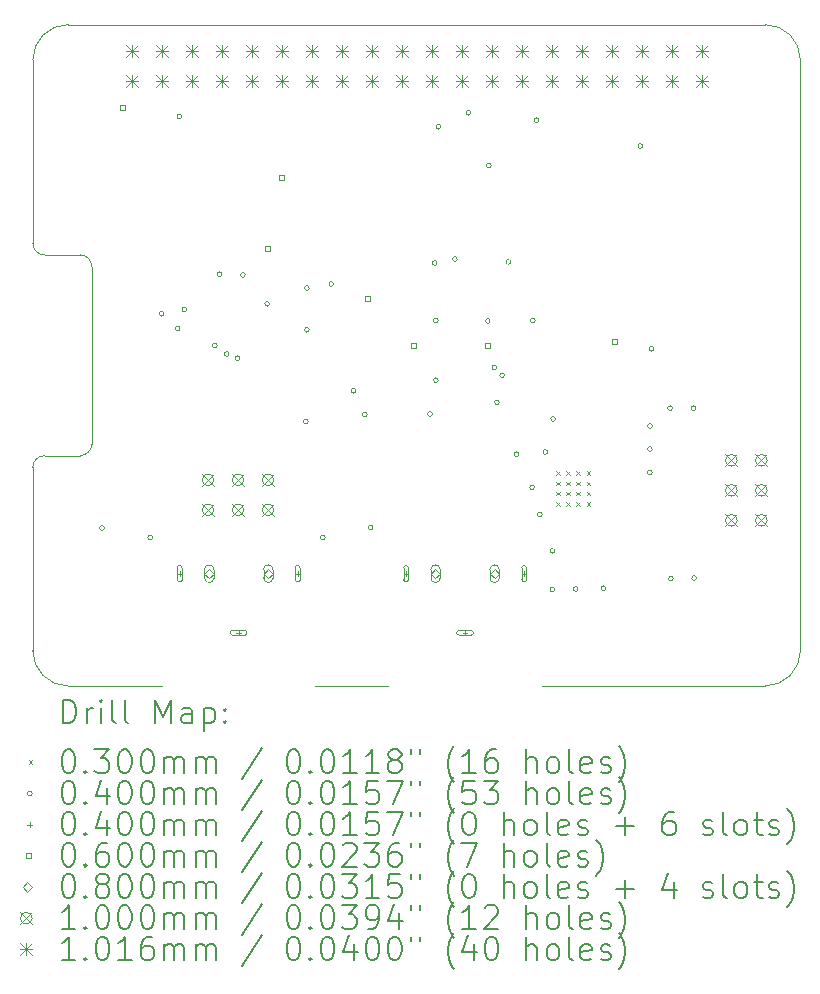
<source format=gbr>
%TF.GenerationSoftware,KiCad,Pcbnew,7.0.9-7.0.9~ubuntu23.04.1*%
%TF.CreationDate,2024-01-07T17:38:14+00:00*%
%TF.ProjectId,pedalboard-soundcard,70656461-6c62-46f6-9172-642d736f756e,0.0.1*%
%TF.SameCoordinates,Original*%
%TF.FileFunction,Drillmap*%
%TF.FilePolarity,Positive*%
%FSLAX45Y45*%
G04 Gerber Fmt 4.5, Leading zero omitted, Abs format (unit mm)*
G04 Created by KiCad (PCBNEW 7.0.9-7.0.9~ubuntu23.04.1) date 2024-01-07 17:38:14*
%MOMM*%
%LPD*%
G01*
G04 APERTURE LIST*
%ADD10C,0.100000*%
%ADD11C,0.200000*%
%ADD12C,0.101600*%
G04 APERTURE END LIST*
D10*
X4850000Y-10550000D02*
G75*
G03*
X5150000Y-10850000I300000J0D01*
G01*
X11050000Y-10850000D02*
G75*
G03*
X11350000Y-10550000I0J300000D01*
G01*
X4850000Y-7100000D02*
G75*
G03*
X4950000Y-7200000I100000J0D01*
G01*
X5350000Y-7300000D02*
G75*
G03*
X5250000Y-7200000I-100000J0D01*
G01*
X5250000Y-8900000D02*
G75*
G03*
X5350000Y-8800000I0J100000D01*
G01*
X4950000Y-8900000D02*
G75*
G03*
X4850000Y-9000000I0J-100000D01*
G01*
X5150000Y-5250000D02*
G75*
G03*
X4850000Y-5550000I0J-300000D01*
G01*
X5150000Y-5250000D02*
X11050000Y-5250000D01*
X11350000Y-5550000D02*
G75*
G03*
X11050000Y-5250000I-300000J0D01*
G01*
X7244000Y-10850000D02*
X7860000Y-10850000D01*
X4850000Y-5550000D02*
X4850000Y-7100000D01*
X5350000Y-7300000D02*
X5350000Y-8800000D01*
X4950000Y-7200000D02*
X5250000Y-7200000D01*
X4850000Y-9000000D02*
X4850000Y-10550000D01*
X5150000Y-10850000D02*
X5944000Y-10850000D01*
X9160000Y-10850000D02*
X11050000Y-10850000D01*
X11350000Y-5550000D02*
X11350000Y-10550000D01*
X4950000Y-8900000D02*
X5250000Y-8900000D01*
D11*
D10*
X9280000Y-9032700D02*
X9310000Y-9062700D01*
X9310000Y-9032700D02*
X9280000Y-9062700D01*
X9280000Y-9119367D02*
X9310000Y-9149367D01*
X9310000Y-9119367D02*
X9280000Y-9149367D01*
X9280000Y-9206033D02*
X9310000Y-9236033D01*
X9310000Y-9206033D02*
X9280000Y-9236033D01*
X9280000Y-9292700D02*
X9310000Y-9322700D01*
X9310000Y-9292700D02*
X9280000Y-9322700D01*
X9366667Y-9032700D02*
X9396667Y-9062700D01*
X9396667Y-9032700D02*
X9366667Y-9062700D01*
X9366667Y-9119367D02*
X9396667Y-9149367D01*
X9396667Y-9119367D02*
X9366667Y-9149367D01*
X9366667Y-9206033D02*
X9396667Y-9236033D01*
X9396667Y-9206033D02*
X9366667Y-9236033D01*
X9366667Y-9292700D02*
X9396667Y-9322700D01*
X9396667Y-9292700D02*
X9366667Y-9322700D01*
X9453333Y-9032700D02*
X9483333Y-9062700D01*
X9483333Y-9032700D02*
X9453333Y-9062700D01*
X9453333Y-9119367D02*
X9483333Y-9149367D01*
X9483333Y-9119367D02*
X9453333Y-9149367D01*
X9453333Y-9206033D02*
X9483333Y-9236033D01*
X9483333Y-9206033D02*
X9453333Y-9236033D01*
X9453333Y-9292700D02*
X9483333Y-9322700D01*
X9483333Y-9292700D02*
X9453333Y-9322700D01*
X9540000Y-9032700D02*
X9570000Y-9062700D01*
X9570000Y-9032700D02*
X9540000Y-9062700D01*
X9540000Y-9119367D02*
X9570000Y-9149367D01*
X9570000Y-9119367D02*
X9540000Y-9149367D01*
X9540000Y-9206033D02*
X9570000Y-9236033D01*
X9570000Y-9206033D02*
X9540000Y-9236033D01*
X9540000Y-9292700D02*
X9570000Y-9322700D01*
X9570000Y-9292700D02*
X9540000Y-9322700D01*
X5457000Y-9512000D02*
G75*
G03*
X5457000Y-9512000I-20000J0D01*
G01*
X5865000Y-9592000D02*
G75*
G03*
X5865000Y-9592000I-20000J0D01*
G01*
X5962000Y-7699000D02*
G75*
G03*
X5962000Y-7699000I-20000J0D01*
G01*
X6097500Y-7825000D02*
G75*
G03*
X6097500Y-7825000I-20000J0D01*
G01*
X6112000Y-6029050D02*
G75*
G03*
X6112000Y-6029050I-20000J0D01*
G01*
X6154371Y-7661881D02*
G75*
G03*
X6154371Y-7661881I-20000J0D01*
G01*
X6412000Y-7968000D02*
G75*
G03*
X6412000Y-7968000I-20000J0D01*
G01*
X6451000Y-7364000D02*
G75*
G03*
X6451000Y-7364000I-20000J0D01*
G01*
X6511965Y-8039035D02*
G75*
G03*
X6511965Y-8039035I-20000J0D01*
G01*
X6604472Y-8074450D02*
G75*
G03*
X6604472Y-8074450I-20000J0D01*
G01*
X6649000Y-7370000D02*
G75*
G03*
X6649000Y-7370000I-20000J0D01*
G01*
X6855050Y-7615000D02*
G75*
G03*
X6855050Y-7615000I-20000J0D01*
G01*
X7182000Y-8610000D02*
G75*
G03*
X7182000Y-8610000I-20000J0D01*
G01*
X7191000Y-7481000D02*
G75*
G03*
X7191000Y-7481000I-20000J0D01*
G01*
X7191000Y-7835000D02*
G75*
G03*
X7191000Y-7835000I-20000J0D01*
G01*
X7327000Y-9593000D02*
G75*
G03*
X7327000Y-9593000I-20000J0D01*
G01*
X7397000Y-7447000D02*
G75*
G03*
X7397000Y-7447000I-20000J0D01*
G01*
X7585000Y-8351000D02*
G75*
G03*
X7585000Y-8351000I-20000J0D01*
G01*
X7682000Y-8553000D02*
G75*
G03*
X7682000Y-8553000I-20000J0D01*
G01*
X7731000Y-9507000D02*
G75*
G03*
X7731000Y-9507000I-20000J0D01*
G01*
X8233000Y-8547000D02*
G75*
G03*
X8233000Y-8547000I-20000J0D01*
G01*
X8273000Y-7269000D02*
G75*
G03*
X8273000Y-7269000I-20000J0D01*
G01*
X8282500Y-7757500D02*
G75*
G03*
X8282500Y-7757500I-20000J0D01*
G01*
X8283000Y-8261000D02*
G75*
G03*
X8283000Y-8261000I-20000J0D01*
G01*
X8304000Y-6115000D02*
G75*
G03*
X8304000Y-6115000I-20000J0D01*
G01*
X8444000Y-7236000D02*
G75*
G03*
X8444000Y-7236000I-20000J0D01*
G01*
X8558000Y-5997000D02*
G75*
G03*
X8558000Y-5997000I-20000J0D01*
G01*
X8723000Y-7760000D02*
G75*
G03*
X8723000Y-7760000I-20000J0D01*
G01*
X8732000Y-6444000D02*
G75*
G03*
X8732000Y-6444000I-20000J0D01*
G01*
X8778818Y-8153500D02*
G75*
G03*
X8778818Y-8153500I-20000J0D01*
G01*
X8800000Y-8448000D02*
G75*
G03*
X8800000Y-8448000I-20000J0D01*
G01*
X8844000Y-8219000D02*
G75*
G03*
X8844000Y-8219000I-20000J0D01*
G01*
X8897000Y-7260000D02*
G75*
G03*
X8897000Y-7260000I-20000J0D01*
G01*
X8965000Y-8887000D02*
G75*
G03*
X8965000Y-8887000I-20000J0D01*
G01*
X9098000Y-9168000D02*
G75*
G03*
X9098000Y-9168000I-20000J0D01*
G01*
X9104000Y-7754000D02*
G75*
G03*
X9104000Y-7754000I-20000J0D01*
G01*
X9135000Y-6060000D02*
G75*
G03*
X9135000Y-6060000I-20000J0D01*
G01*
X9163000Y-9399000D02*
G75*
G03*
X9163000Y-9399000I-20000J0D01*
G01*
X9210138Y-8868862D02*
G75*
G03*
X9210138Y-8868862I-20000J0D01*
G01*
X9270000Y-9707000D02*
G75*
G03*
X9270000Y-9707000I-20000J0D01*
G01*
X9270000Y-10033000D02*
G75*
G03*
X9270000Y-10033000I-20000J0D01*
G01*
X9276000Y-8589000D02*
G75*
G03*
X9276000Y-8589000I-20000J0D01*
G01*
X9467000Y-10029000D02*
G75*
G03*
X9467000Y-10029000I-20000J0D01*
G01*
X9701000Y-10023000D02*
G75*
G03*
X9701000Y-10023000I-20000J0D01*
G01*
X10014000Y-6278000D02*
G75*
G03*
X10014000Y-6278000I-20000J0D01*
G01*
X10095000Y-8649000D02*
G75*
G03*
X10095000Y-8649000I-20000J0D01*
G01*
X10095000Y-8844000D02*
G75*
G03*
X10095000Y-8844000I-20000J0D01*
G01*
X10095000Y-9041000D02*
G75*
G03*
X10095000Y-9041000I-20000J0D01*
G01*
X10110000Y-7996000D02*
G75*
G03*
X10110000Y-7996000I-20000J0D01*
G01*
X10266000Y-8498000D02*
G75*
G03*
X10266000Y-8498000I-20000J0D01*
G01*
X10273000Y-9942000D02*
G75*
G03*
X10273000Y-9942000I-20000J0D01*
G01*
X10464000Y-8498000D02*
G75*
G03*
X10464000Y-8498000I-20000J0D01*
G01*
X10470000Y-9937000D02*
G75*
G03*
X10470000Y-9937000I-20000J0D01*
G01*
X6094000Y-9880000D02*
X6094000Y-9920000D01*
X6074000Y-9900000D02*
X6114000Y-9900000D01*
X6074000Y-9850000D02*
X6074000Y-9950000D01*
X6074000Y-9950000D02*
G75*
G03*
X6114000Y-9950000I20000J0D01*
G01*
X6114000Y-9950000D02*
X6114000Y-9850000D01*
X6114000Y-9850000D02*
G75*
G03*
X6074000Y-9850000I-20000J0D01*
G01*
X6594000Y-10380000D02*
X6594000Y-10420000D01*
X6574000Y-10400000D02*
X6614000Y-10400000D01*
X6544000Y-10420000D02*
X6644000Y-10420000D01*
X6644000Y-10420000D02*
G75*
G03*
X6644000Y-10380000I0J20000D01*
G01*
X6644000Y-10380000D02*
X6544000Y-10380000D01*
X6544000Y-10380000D02*
G75*
G03*
X6544000Y-10420000I0J-20000D01*
G01*
X7094000Y-9880000D02*
X7094000Y-9920000D01*
X7074000Y-9900000D02*
X7114000Y-9900000D01*
X7114000Y-9950000D02*
X7114000Y-9850000D01*
X7114000Y-9850000D02*
G75*
G03*
X7074000Y-9850000I-20000J0D01*
G01*
X7074000Y-9850000D02*
X7074000Y-9950000D01*
X7074000Y-9950000D02*
G75*
G03*
X7114000Y-9950000I20000J0D01*
G01*
X8010000Y-9880000D02*
X8010000Y-9920000D01*
X7990000Y-9900000D02*
X8030000Y-9900000D01*
X7990000Y-9850000D02*
X7990000Y-9950000D01*
X7990000Y-9950000D02*
G75*
G03*
X8030000Y-9950000I20000J0D01*
G01*
X8030000Y-9950000D02*
X8030000Y-9850000D01*
X8030000Y-9850000D02*
G75*
G03*
X7990000Y-9850000I-20000J0D01*
G01*
X8510000Y-10380000D02*
X8510000Y-10420000D01*
X8490000Y-10400000D02*
X8530000Y-10400000D01*
X8460000Y-10420000D02*
X8560000Y-10420000D01*
X8560000Y-10420000D02*
G75*
G03*
X8560000Y-10380000I0J20000D01*
G01*
X8560000Y-10380000D02*
X8460000Y-10380000D01*
X8460000Y-10380000D02*
G75*
G03*
X8460000Y-10420000I0J-20000D01*
G01*
X9010000Y-9880000D02*
X9010000Y-9920000D01*
X8990000Y-9900000D02*
X9030000Y-9900000D01*
X9030000Y-9950000D02*
X9030000Y-9850000D01*
X9030000Y-9850000D02*
G75*
G03*
X8990000Y-9850000I-20000J0D01*
G01*
X8990000Y-9850000D02*
X8990000Y-9950000D01*
X8990000Y-9950000D02*
G75*
G03*
X9030000Y-9950000I20000J0D01*
G01*
X5630713Y-5974713D02*
X5630713Y-5932287D01*
X5588287Y-5932287D01*
X5588287Y-5974713D01*
X5630713Y-5974713D01*
X6861213Y-7166213D02*
X6861213Y-7123787D01*
X6818787Y-7123787D01*
X6818787Y-7166213D01*
X6861213Y-7166213D01*
X6976163Y-6566213D02*
X6976163Y-6523787D01*
X6933737Y-6523787D01*
X6933737Y-6566213D01*
X6976163Y-6566213D01*
X7704213Y-7594213D02*
X7704213Y-7551787D01*
X7661787Y-7551787D01*
X7661787Y-7594213D01*
X7704213Y-7594213D01*
X8093213Y-7988213D02*
X8093213Y-7945787D01*
X8050787Y-7945787D01*
X8050787Y-7988213D01*
X8093213Y-7988213D01*
X8718213Y-7988213D02*
X8718213Y-7945787D01*
X8675787Y-7945787D01*
X8675787Y-7988213D01*
X8718213Y-7988213D01*
X9794713Y-7953713D02*
X9794713Y-7911287D01*
X9752287Y-7911287D01*
X9752287Y-7953713D01*
X9794713Y-7953713D01*
X6344000Y-9940000D02*
X6384000Y-9900000D01*
X6344000Y-9860000D01*
X6304000Y-9900000D01*
X6344000Y-9940000D01*
X6304000Y-9865000D02*
X6304000Y-9935000D01*
X6304000Y-9935000D02*
G75*
G03*
X6384000Y-9935000I40000J0D01*
G01*
X6384000Y-9935000D02*
X6384000Y-9865000D01*
X6384000Y-9865000D02*
G75*
G03*
X6304000Y-9865000I-40000J0D01*
G01*
X6844000Y-9940000D02*
X6884000Y-9900000D01*
X6844000Y-9860000D01*
X6804000Y-9900000D01*
X6844000Y-9940000D01*
X6884000Y-9935000D02*
X6884000Y-9865000D01*
X6884000Y-9865000D02*
G75*
G03*
X6804000Y-9865000I-40000J0D01*
G01*
X6804000Y-9865000D02*
X6804000Y-9935000D01*
X6804000Y-9935000D02*
G75*
G03*
X6884000Y-9935000I40000J0D01*
G01*
X8260000Y-9940000D02*
X8300000Y-9900000D01*
X8260000Y-9860000D01*
X8220000Y-9900000D01*
X8260000Y-9940000D01*
X8220000Y-9865000D02*
X8220000Y-9935000D01*
X8220000Y-9935000D02*
G75*
G03*
X8300000Y-9935000I40000J0D01*
G01*
X8300000Y-9935000D02*
X8300000Y-9865000D01*
X8300000Y-9865000D02*
G75*
G03*
X8220000Y-9865000I-40000J0D01*
G01*
X8760000Y-9940000D02*
X8800000Y-9900000D01*
X8760000Y-9860000D01*
X8720000Y-9900000D01*
X8760000Y-9940000D01*
X8800000Y-9935000D02*
X8800000Y-9865000D01*
X8800000Y-9865000D02*
G75*
G03*
X8720000Y-9865000I-40000J0D01*
G01*
X8720000Y-9865000D02*
X8720000Y-9935000D01*
X8720000Y-9935000D02*
G75*
G03*
X8800000Y-9935000I40000J0D01*
G01*
X6284000Y-9054000D02*
X6384000Y-9154000D01*
X6384000Y-9054000D02*
X6284000Y-9154000D01*
X6384000Y-9104000D02*
G75*
G03*
X6384000Y-9104000I-50000J0D01*
G01*
X6284000Y-9308000D02*
X6384000Y-9408000D01*
X6384000Y-9308000D02*
X6284000Y-9408000D01*
X6384000Y-9358000D02*
G75*
G03*
X6384000Y-9358000I-50000J0D01*
G01*
X6538000Y-9054000D02*
X6638000Y-9154000D01*
X6638000Y-9054000D02*
X6538000Y-9154000D01*
X6638000Y-9104000D02*
G75*
G03*
X6638000Y-9104000I-50000J0D01*
G01*
X6538000Y-9308000D02*
X6638000Y-9408000D01*
X6638000Y-9308000D02*
X6538000Y-9408000D01*
X6638000Y-9358000D02*
G75*
G03*
X6638000Y-9358000I-50000J0D01*
G01*
X6792000Y-9054000D02*
X6892000Y-9154000D01*
X6892000Y-9054000D02*
X6792000Y-9154000D01*
X6892000Y-9104000D02*
G75*
G03*
X6892000Y-9104000I-50000J0D01*
G01*
X6792000Y-9308000D02*
X6892000Y-9408000D01*
X6892000Y-9308000D02*
X6792000Y-9408000D01*
X6892000Y-9358000D02*
G75*
G03*
X6892000Y-9358000I-50000J0D01*
G01*
X10715000Y-8890000D02*
X10815000Y-8990000D01*
X10815000Y-8890000D02*
X10715000Y-8990000D01*
X10815000Y-8940000D02*
G75*
G03*
X10815000Y-8940000I-50000J0D01*
G01*
X10715000Y-9144000D02*
X10815000Y-9244000D01*
X10815000Y-9144000D02*
X10715000Y-9244000D01*
X10815000Y-9194000D02*
G75*
G03*
X10815000Y-9194000I-50000J0D01*
G01*
X10715000Y-9398000D02*
X10815000Y-9498000D01*
X10815000Y-9398000D02*
X10715000Y-9498000D01*
X10815000Y-9448000D02*
G75*
G03*
X10815000Y-9448000I-50000J0D01*
G01*
X10969000Y-8890000D02*
X11069000Y-8990000D01*
X11069000Y-8890000D02*
X10969000Y-8990000D01*
X11069000Y-8940000D02*
G75*
G03*
X11069000Y-8940000I-50000J0D01*
G01*
X10969000Y-9144000D02*
X11069000Y-9244000D01*
X11069000Y-9144000D02*
X10969000Y-9244000D01*
X11069000Y-9194000D02*
G75*
G03*
X11069000Y-9194000I-50000J0D01*
G01*
X10969000Y-9398000D02*
X11069000Y-9498000D01*
X11069000Y-9398000D02*
X10969000Y-9498000D01*
X11069000Y-9448000D02*
G75*
G03*
X11069000Y-9448000I-50000J0D01*
G01*
D12*
X5636200Y-5422200D02*
X5737800Y-5523800D01*
X5737800Y-5422200D02*
X5636200Y-5523800D01*
X5687000Y-5422200D02*
X5687000Y-5523800D01*
X5636200Y-5473000D02*
X5737800Y-5473000D01*
X5636200Y-5676200D02*
X5737800Y-5777800D01*
X5737800Y-5676200D02*
X5636200Y-5777800D01*
X5687000Y-5676200D02*
X5687000Y-5777800D01*
X5636200Y-5727000D02*
X5737800Y-5727000D01*
X5890200Y-5422200D02*
X5991800Y-5523800D01*
X5991800Y-5422200D02*
X5890200Y-5523800D01*
X5941000Y-5422200D02*
X5941000Y-5523800D01*
X5890200Y-5473000D02*
X5991800Y-5473000D01*
X5890200Y-5676200D02*
X5991800Y-5777800D01*
X5991800Y-5676200D02*
X5890200Y-5777800D01*
X5941000Y-5676200D02*
X5941000Y-5777800D01*
X5890200Y-5727000D02*
X5991800Y-5727000D01*
X6144200Y-5422200D02*
X6245800Y-5523800D01*
X6245800Y-5422200D02*
X6144200Y-5523800D01*
X6195000Y-5422200D02*
X6195000Y-5523800D01*
X6144200Y-5473000D02*
X6245800Y-5473000D01*
X6144200Y-5676200D02*
X6245800Y-5777800D01*
X6245800Y-5676200D02*
X6144200Y-5777800D01*
X6195000Y-5676200D02*
X6195000Y-5777800D01*
X6144200Y-5727000D02*
X6245800Y-5727000D01*
X6398200Y-5422200D02*
X6499800Y-5523800D01*
X6499800Y-5422200D02*
X6398200Y-5523800D01*
X6449000Y-5422200D02*
X6449000Y-5523800D01*
X6398200Y-5473000D02*
X6499800Y-5473000D01*
X6398200Y-5676200D02*
X6499800Y-5777800D01*
X6499800Y-5676200D02*
X6398200Y-5777800D01*
X6449000Y-5676200D02*
X6449000Y-5777800D01*
X6398200Y-5727000D02*
X6499800Y-5727000D01*
X6652200Y-5422200D02*
X6753800Y-5523800D01*
X6753800Y-5422200D02*
X6652200Y-5523800D01*
X6703000Y-5422200D02*
X6703000Y-5523800D01*
X6652200Y-5473000D02*
X6753800Y-5473000D01*
X6652200Y-5676200D02*
X6753800Y-5777800D01*
X6753800Y-5676200D02*
X6652200Y-5777800D01*
X6703000Y-5676200D02*
X6703000Y-5777800D01*
X6652200Y-5727000D02*
X6753800Y-5727000D01*
X6906200Y-5422200D02*
X7007800Y-5523800D01*
X7007800Y-5422200D02*
X6906200Y-5523800D01*
X6957000Y-5422200D02*
X6957000Y-5523800D01*
X6906200Y-5473000D02*
X7007800Y-5473000D01*
X6906200Y-5676200D02*
X7007800Y-5777800D01*
X7007800Y-5676200D02*
X6906200Y-5777800D01*
X6957000Y-5676200D02*
X6957000Y-5777800D01*
X6906200Y-5727000D02*
X7007800Y-5727000D01*
X7160200Y-5422200D02*
X7261800Y-5523800D01*
X7261800Y-5422200D02*
X7160200Y-5523800D01*
X7211000Y-5422200D02*
X7211000Y-5523800D01*
X7160200Y-5473000D02*
X7261800Y-5473000D01*
X7160200Y-5676200D02*
X7261800Y-5777800D01*
X7261800Y-5676200D02*
X7160200Y-5777800D01*
X7211000Y-5676200D02*
X7211000Y-5777800D01*
X7160200Y-5727000D02*
X7261800Y-5727000D01*
X7414200Y-5422200D02*
X7515800Y-5523800D01*
X7515800Y-5422200D02*
X7414200Y-5523800D01*
X7465000Y-5422200D02*
X7465000Y-5523800D01*
X7414200Y-5473000D02*
X7515800Y-5473000D01*
X7414200Y-5676200D02*
X7515800Y-5777800D01*
X7515800Y-5676200D02*
X7414200Y-5777800D01*
X7465000Y-5676200D02*
X7465000Y-5777800D01*
X7414200Y-5727000D02*
X7515800Y-5727000D01*
X7668200Y-5422200D02*
X7769800Y-5523800D01*
X7769800Y-5422200D02*
X7668200Y-5523800D01*
X7719000Y-5422200D02*
X7719000Y-5523800D01*
X7668200Y-5473000D02*
X7769800Y-5473000D01*
X7668200Y-5676200D02*
X7769800Y-5777800D01*
X7769800Y-5676200D02*
X7668200Y-5777800D01*
X7719000Y-5676200D02*
X7719000Y-5777800D01*
X7668200Y-5727000D02*
X7769800Y-5727000D01*
X7922200Y-5422200D02*
X8023800Y-5523800D01*
X8023800Y-5422200D02*
X7922200Y-5523800D01*
X7973000Y-5422200D02*
X7973000Y-5523800D01*
X7922200Y-5473000D02*
X8023800Y-5473000D01*
X7922200Y-5676200D02*
X8023800Y-5777800D01*
X8023800Y-5676200D02*
X7922200Y-5777800D01*
X7973000Y-5676200D02*
X7973000Y-5777800D01*
X7922200Y-5727000D02*
X8023800Y-5727000D01*
X8176200Y-5422200D02*
X8277800Y-5523800D01*
X8277800Y-5422200D02*
X8176200Y-5523800D01*
X8227000Y-5422200D02*
X8227000Y-5523800D01*
X8176200Y-5473000D02*
X8277800Y-5473000D01*
X8176200Y-5676200D02*
X8277800Y-5777800D01*
X8277800Y-5676200D02*
X8176200Y-5777800D01*
X8227000Y-5676200D02*
X8227000Y-5777800D01*
X8176200Y-5727000D02*
X8277800Y-5727000D01*
X8430200Y-5422200D02*
X8531800Y-5523800D01*
X8531800Y-5422200D02*
X8430200Y-5523800D01*
X8481000Y-5422200D02*
X8481000Y-5523800D01*
X8430200Y-5473000D02*
X8531800Y-5473000D01*
X8430200Y-5676200D02*
X8531800Y-5777800D01*
X8531800Y-5676200D02*
X8430200Y-5777800D01*
X8481000Y-5676200D02*
X8481000Y-5777800D01*
X8430200Y-5727000D02*
X8531800Y-5727000D01*
X8684200Y-5422200D02*
X8785800Y-5523800D01*
X8785800Y-5422200D02*
X8684200Y-5523800D01*
X8735000Y-5422200D02*
X8735000Y-5523800D01*
X8684200Y-5473000D02*
X8785800Y-5473000D01*
X8684200Y-5676200D02*
X8785800Y-5777800D01*
X8785800Y-5676200D02*
X8684200Y-5777800D01*
X8735000Y-5676200D02*
X8735000Y-5777800D01*
X8684200Y-5727000D02*
X8785800Y-5727000D01*
X8938200Y-5422200D02*
X9039800Y-5523800D01*
X9039800Y-5422200D02*
X8938200Y-5523800D01*
X8989000Y-5422200D02*
X8989000Y-5523800D01*
X8938200Y-5473000D02*
X9039800Y-5473000D01*
X8938200Y-5676200D02*
X9039800Y-5777800D01*
X9039800Y-5676200D02*
X8938200Y-5777800D01*
X8989000Y-5676200D02*
X8989000Y-5777800D01*
X8938200Y-5727000D02*
X9039800Y-5727000D01*
X9192200Y-5422200D02*
X9293800Y-5523800D01*
X9293800Y-5422200D02*
X9192200Y-5523800D01*
X9243000Y-5422200D02*
X9243000Y-5523800D01*
X9192200Y-5473000D02*
X9293800Y-5473000D01*
X9192200Y-5676200D02*
X9293800Y-5777800D01*
X9293800Y-5676200D02*
X9192200Y-5777800D01*
X9243000Y-5676200D02*
X9243000Y-5777800D01*
X9192200Y-5727000D02*
X9293800Y-5727000D01*
X9446200Y-5422200D02*
X9547800Y-5523800D01*
X9547800Y-5422200D02*
X9446200Y-5523800D01*
X9497000Y-5422200D02*
X9497000Y-5523800D01*
X9446200Y-5473000D02*
X9547800Y-5473000D01*
X9446200Y-5676200D02*
X9547800Y-5777800D01*
X9547800Y-5676200D02*
X9446200Y-5777800D01*
X9497000Y-5676200D02*
X9497000Y-5777800D01*
X9446200Y-5727000D02*
X9547800Y-5727000D01*
X9700200Y-5422200D02*
X9801800Y-5523800D01*
X9801800Y-5422200D02*
X9700200Y-5523800D01*
X9751000Y-5422200D02*
X9751000Y-5523800D01*
X9700200Y-5473000D02*
X9801800Y-5473000D01*
X9700200Y-5676200D02*
X9801800Y-5777800D01*
X9801800Y-5676200D02*
X9700200Y-5777800D01*
X9751000Y-5676200D02*
X9751000Y-5777800D01*
X9700200Y-5727000D02*
X9801800Y-5727000D01*
X9954200Y-5422200D02*
X10055800Y-5523800D01*
X10055800Y-5422200D02*
X9954200Y-5523800D01*
X10005000Y-5422200D02*
X10005000Y-5523800D01*
X9954200Y-5473000D02*
X10055800Y-5473000D01*
X9954200Y-5676200D02*
X10055800Y-5777800D01*
X10055800Y-5676200D02*
X9954200Y-5777800D01*
X10005000Y-5676200D02*
X10005000Y-5777800D01*
X9954200Y-5727000D02*
X10055800Y-5727000D01*
X10208200Y-5422200D02*
X10309800Y-5523800D01*
X10309800Y-5422200D02*
X10208200Y-5523800D01*
X10259000Y-5422200D02*
X10259000Y-5523800D01*
X10208200Y-5473000D02*
X10309800Y-5473000D01*
X10208200Y-5676200D02*
X10309800Y-5777800D01*
X10309800Y-5676200D02*
X10208200Y-5777800D01*
X10259000Y-5676200D02*
X10259000Y-5777800D01*
X10208200Y-5727000D02*
X10309800Y-5727000D01*
X10462200Y-5422200D02*
X10563800Y-5523800D01*
X10563800Y-5422200D02*
X10462200Y-5523800D01*
X10513000Y-5422200D02*
X10513000Y-5523800D01*
X10462200Y-5473000D02*
X10563800Y-5473000D01*
X10462200Y-5676200D02*
X10563800Y-5777800D01*
X10563800Y-5676200D02*
X10462200Y-5777800D01*
X10513000Y-5676200D02*
X10513000Y-5777800D01*
X10462200Y-5727000D02*
X10563800Y-5727000D01*
D11*
X5105777Y-11167484D02*
X5105777Y-10967484D01*
X5105777Y-10967484D02*
X5153396Y-10967484D01*
X5153396Y-10967484D02*
X5181967Y-10977008D01*
X5181967Y-10977008D02*
X5201015Y-10996055D01*
X5201015Y-10996055D02*
X5210539Y-11015103D01*
X5210539Y-11015103D02*
X5220063Y-11053198D01*
X5220063Y-11053198D02*
X5220063Y-11081770D01*
X5220063Y-11081770D02*
X5210539Y-11119865D01*
X5210539Y-11119865D02*
X5201015Y-11138912D01*
X5201015Y-11138912D02*
X5181967Y-11157960D01*
X5181967Y-11157960D02*
X5153396Y-11167484D01*
X5153396Y-11167484D02*
X5105777Y-11167484D01*
X5305777Y-11167484D02*
X5305777Y-11034150D01*
X5305777Y-11072246D02*
X5315301Y-11053198D01*
X5315301Y-11053198D02*
X5324824Y-11043674D01*
X5324824Y-11043674D02*
X5343872Y-11034150D01*
X5343872Y-11034150D02*
X5362920Y-11034150D01*
X5429586Y-11167484D02*
X5429586Y-11034150D01*
X5429586Y-10967484D02*
X5420063Y-10977008D01*
X5420063Y-10977008D02*
X5429586Y-10986531D01*
X5429586Y-10986531D02*
X5439110Y-10977008D01*
X5439110Y-10977008D02*
X5429586Y-10967484D01*
X5429586Y-10967484D02*
X5429586Y-10986531D01*
X5553396Y-11167484D02*
X5534348Y-11157960D01*
X5534348Y-11157960D02*
X5524824Y-11138912D01*
X5524824Y-11138912D02*
X5524824Y-10967484D01*
X5658158Y-11167484D02*
X5639110Y-11157960D01*
X5639110Y-11157960D02*
X5629586Y-11138912D01*
X5629586Y-11138912D02*
X5629586Y-10967484D01*
X5886729Y-11167484D02*
X5886729Y-10967484D01*
X5886729Y-10967484D02*
X5953396Y-11110341D01*
X5953396Y-11110341D02*
X6020062Y-10967484D01*
X6020062Y-10967484D02*
X6020062Y-11167484D01*
X6201015Y-11167484D02*
X6201015Y-11062722D01*
X6201015Y-11062722D02*
X6191491Y-11043674D01*
X6191491Y-11043674D02*
X6172443Y-11034150D01*
X6172443Y-11034150D02*
X6134348Y-11034150D01*
X6134348Y-11034150D02*
X6115301Y-11043674D01*
X6201015Y-11157960D02*
X6181967Y-11167484D01*
X6181967Y-11167484D02*
X6134348Y-11167484D01*
X6134348Y-11167484D02*
X6115301Y-11157960D01*
X6115301Y-11157960D02*
X6105777Y-11138912D01*
X6105777Y-11138912D02*
X6105777Y-11119865D01*
X6105777Y-11119865D02*
X6115301Y-11100817D01*
X6115301Y-11100817D02*
X6134348Y-11091293D01*
X6134348Y-11091293D02*
X6181967Y-11091293D01*
X6181967Y-11091293D02*
X6201015Y-11081770D01*
X6296253Y-11034150D02*
X6296253Y-11234150D01*
X6296253Y-11043674D02*
X6315301Y-11034150D01*
X6315301Y-11034150D02*
X6353396Y-11034150D01*
X6353396Y-11034150D02*
X6372443Y-11043674D01*
X6372443Y-11043674D02*
X6381967Y-11053198D01*
X6381967Y-11053198D02*
X6391491Y-11072246D01*
X6391491Y-11072246D02*
X6391491Y-11129389D01*
X6391491Y-11129389D02*
X6381967Y-11148436D01*
X6381967Y-11148436D02*
X6372443Y-11157960D01*
X6372443Y-11157960D02*
X6353396Y-11167484D01*
X6353396Y-11167484D02*
X6315301Y-11167484D01*
X6315301Y-11167484D02*
X6296253Y-11157960D01*
X6477205Y-11148436D02*
X6486729Y-11157960D01*
X6486729Y-11157960D02*
X6477205Y-11167484D01*
X6477205Y-11167484D02*
X6467682Y-11157960D01*
X6467682Y-11157960D02*
X6477205Y-11148436D01*
X6477205Y-11148436D02*
X6477205Y-11167484D01*
X6477205Y-11043674D02*
X6486729Y-11053198D01*
X6486729Y-11053198D02*
X6477205Y-11062722D01*
X6477205Y-11062722D02*
X6467682Y-11053198D01*
X6467682Y-11053198D02*
X6477205Y-11043674D01*
X6477205Y-11043674D02*
X6477205Y-11062722D01*
D10*
X4815000Y-11481000D02*
X4845000Y-11511000D01*
X4845000Y-11481000D02*
X4815000Y-11511000D01*
D11*
X5143872Y-11387484D02*
X5162920Y-11387484D01*
X5162920Y-11387484D02*
X5181967Y-11397008D01*
X5181967Y-11397008D02*
X5191491Y-11406531D01*
X5191491Y-11406531D02*
X5201015Y-11425579D01*
X5201015Y-11425579D02*
X5210539Y-11463674D01*
X5210539Y-11463674D02*
X5210539Y-11511293D01*
X5210539Y-11511293D02*
X5201015Y-11549388D01*
X5201015Y-11549388D02*
X5191491Y-11568436D01*
X5191491Y-11568436D02*
X5181967Y-11577960D01*
X5181967Y-11577960D02*
X5162920Y-11587484D01*
X5162920Y-11587484D02*
X5143872Y-11587484D01*
X5143872Y-11587484D02*
X5124824Y-11577960D01*
X5124824Y-11577960D02*
X5115301Y-11568436D01*
X5115301Y-11568436D02*
X5105777Y-11549388D01*
X5105777Y-11549388D02*
X5096253Y-11511293D01*
X5096253Y-11511293D02*
X5096253Y-11463674D01*
X5096253Y-11463674D02*
X5105777Y-11425579D01*
X5105777Y-11425579D02*
X5115301Y-11406531D01*
X5115301Y-11406531D02*
X5124824Y-11397008D01*
X5124824Y-11397008D02*
X5143872Y-11387484D01*
X5296253Y-11568436D02*
X5305777Y-11577960D01*
X5305777Y-11577960D02*
X5296253Y-11587484D01*
X5296253Y-11587484D02*
X5286729Y-11577960D01*
X5286729Y-11577960D02*
X5296253Y-11568436D01*
X5296253Y-11568436D02*
X5296253Y-11587484D01*
X5372444Y-11387484D02*
X5496253Y-11387484D01*
X5496253Y-11387484D02*
X5429586Y-11463674D01*
X5429586Y-11463674D02*
X5458158Y-11463674D01*
X5458158Y-11463674D02*
X5477205Y-11473198D01*
X5477205Y-11473198D02*
X5486729Y-11482722D01*
X5486729Y-11482722D02*
X5496253Y-11501769D01*
X5496253Y-11501769D02*
X5496253Y-11549388D01*
X5496253Y-11549388D02*
X5486729Y-11568436D01*
X5486729Y-11568436D02*
X5477205Y-11577960D01*
X5477205Y-11577960D02*
X5458158Y-11587484D01*
X5458158Y-11587484D02*
X5401015Y-11587484D01*
X5401015Y-11587484D02*
X5381967Y-11577960D01*
X5381967Y-11577960D02*
X5372444Y-11568436D01*
X5620062Y-11387484D02*
X5639110Y-11387484D01*
X5639110Y-11387484D02*
X5658158Y-11397008D01*
X5658158Y-11397008D02*
X5667682Y-11406531D01*
X5667682Y-11406531D02*
X5677205Y-11425579D01*
X5677205Y-11425579D02*
X5686729Y-11463674D01*
X5686729Y-11463674D02*
X5686729Y-11511293D01*
X5686729Y-11511293D02*
X5677205Y-11549388D01*
X5677205Y-11549388D02*
X5667682Y-11568436D01*
X5667682Y-11568436D02*
X5658158Y-11577960D01*
X5658158Y-11577960D02*
X5639110Y-11587484D01*
X5639110Y-11587484D02*
X5620062Y-11587484D01*
X5620062Y-11587484D02*
X5601015Y-11577960D01*
X5601015Y-11577960D02*
X5591491Y-11568436D01*
X5591491Y-11568436D02*
X5581967Y-11549388D01*
X5581967Y-11549388D02*
X5572444Y-11511293D01*
X5572444Y-11511293D02*
X5572444Y-11463674D01*
X5572444Y-11463674D02*
X5581967Y-11425579D01*
X5581967Y-11425579D02*
X5591491Y-11406531D01*
X5591491Y-11406531D02*
X5601015Y-11397008D01*
X5601015Y-11397008D02*
X5620062Y-11387484D01*
X5810539Y-11387484D02*
X5829586Y-11387484D01*
X5829586Y-11387484D02*
X5848634Y-11397008D01*
X5848634Y-11397008D02*
X5858158Y-11406531D01*
X5858158Y-11406531D02*
X5867682Y-11425579D01*
X5867682Y-11425579D02*
X5877205Y-11463674D01*
X5877205Y-11463674D02*
X5877205Y-11511293D01*
X5877205Y-11511293D02*
X5867682Y-11549388D01*
X5867682Y-11549388D02*
X5858158Y-11568436D01*
X5858158Y-11568436D02*
X5848634Y-11577960D01*
X5848634Y-11577960D02*
X5829586Y-11587484D01*
X5829586Y-11587484D02*
X5810539Y-11587484D01*
X5810539Y-11587484D02*
X5791491Y-11577960D01*
X5791491Y-11577960D02*
X5781967Y-11568436D01*
X5781967Y-11568436D02*
X5772443Y-11549388D01*
X5772443Y-11549388D02*
X5762920Y-11511293D01*
X5762920Y-11511293D02*
X5762920Y-11463674D01*
X5762920Y-11463674D02*
X5772443Y-11425579D01*
X5772443Y-11425579D02*
X5781967Y-11406531D01*
X5781967Y-11406531D02*
X5791491Y-11397008D01*
X5791491Y-11397008D02*
X5810539Y-11387484D01*
X5962920Y-11587484D02*
X5962920Y-11454150D01*
X5962920Y-11473198D02*
X5972443Y-11463674D01*
X5972443Y-11463674D02*
X5991491Y-11454150D01*
X5991491Y-11454150D02*
X6020063Y-11454150D01*
X6020063Y-11454150D02*
X6039110Y-11463674D01*
X6039110Y-11463674D02*
X6048634Y-11482722D01*
X6048634Y-11482722D02*
X6048634Y-11587484D01*
X6048634Y-11482722D02*
X6058158Y-11463674D01*
X6058158Y-11463674D02*
X6077205Y-11454150D01*
X6077205Y-11454150D02*
X6105777Y-11454150D01*
X6105777Y-11454150D02*
X6124824Y-11463674D01*
X6124824Y-11463674D02*
X6134348Y-11482722D01*
X6134348Y-11482722D02*
X6134348Y-11587484D01*
X6229586Y-11587484D02*
X6229586Y-11454150D01*
X6229586Y-11473198D02*
X6239110Y-11463674D01*
X6239110Y-11463674D02*
X6258158Y-11454150D01*
X6258158Y-11454150D02*
X6286729Y-11454150D01*
X6286729Y-11454150D02*
X6305777Y-11463674D01*
X6305777Y-11463674D02*
X6315301Y-11482722D01*
X6315301Y-11482722D02*
X6315301Y-11587484D01*
X6315301Y-11482722D02*
X6324824Y-11463674D01*
X6324824Y-11463674D02*
X6343872Y-11454150D01*
X6343872Y-11454150D02*
X6372443Y-11454150D01*
X6372443Y-11454150D02*
X6391491Y-11463674D01*
X6391491Y-11463674D02*
X6401015Y-11482722D01*
X6401015Y-11482722D02*
X6401015Y-11587484D01*
X6791491Y-11377960D02*
X6620063Y-11635103D01*
X7048634Y-11387484D02*
X7067682Y-11387484D01*
X7067682Y-11387484D02*
X7086729Y-11397008D01*
X7086729Y-11397008D02*
X7096253Y-11406531D01*
X7096253Y-11406531D02*
X7105777Y-11425579D01*
X7105777Y-11425579D02*
X7115301Y-11463674D01*
X7115301Y-11463674D02*
X7115301Y-11511293D01*
X7115301Y-11511293D02*
X7105777Y-11549388D01*
X7105777Y-11549388D02*
X7096253Y-11568436D01*
X7096253Y-11568436D02*
X7086729Y-11577960D01*
X7086729Y-11577960D02*
X7067682Y-11587484D01*
X7067682Y-11587484D02*
X7048634Y-11587484D01*
X7048634Y-11587484D02*
X7029586Y-11577960D01*
X7029586Y-11577960D02*
X7020063Y-11568436D01*
X7020063Y-11568436D02*
X7010539Y-11549388D01*
X7010539Y-11549388D02*
X7001015Y-11511293D01*
X7001015Y-11511293D02*
X7001015Y-11463674D01*
X7001015Y-11463674D02*
X7010539Y-11425579D01*
X7010539Y-11425579D02*
X7020063Y-11406531D01*
X7020063Y-11406531D02*
X7029586Y-11397008D01*
X7029586Y-11397008D02*
X7048634Y-11387484D01*
X7201015Y-11568436D02*
X7210539Y-11577960D01*
X7210539Y-11577960D02*
X7201015Y-11587484D01*
X7201015Y-11587484D02*
X7191491Y-11577960D01*
X7191491Y-11577960D02*
X7201015Y-11568436D01*
X7201015Y-11568436D02*
X7201015Y-11587484D01*
X7334348Y-11387484D02*
X7353396Y-11387484D01*
X7353396Y-11387484D02*
X7372444Y-11397008D01*
X7372444Y-11397008D02*
X7381967Y-11406531D01*
X7381967Y-11406531D02*
X7391491Y-11425579D01*
X7391491Y-11425579D02*
X7401015Y-11463674D01*
X7401015Y-11463674D02*
X7401015Y-11511293D01*
X7401015Y-11511293D02*
X7391491Y-11549388D01*
X7391491Y-11549388D02*
X7381967Y-11568436D01*
X7381967Y-11568436D02*
X7372444Y-11577960D01*
X7372444Y-11577960D02*
X7353396Y-11587484D01*
X7353396Y-11587484D02*
X7334348Y-11587484D01*
X7334348Y-11587484D02*
X7315301Y-11577960D01*
X7315301Y-11577960D02*
X7305777Y-11568436D01*
X7305777Y-11568436D02*
X7296253Y-11549388D01*
X7296253Y-11549388D02*
X7286729Y-11511293D01*
X7286729Y-11511293D02*
X7286729Y-11463674D01*
X7286729Y-11463674D02*
X7296253Y-11425579D01*
X7296253Y-11425579D02*
X7305777Y-11406531D01*
X7305777Y-11406531D02*
X7315301Y-11397008D01*
X7315301Y-11397008D02*
X7334348Y-11387484D01*
X7591491Y-11587484D02*
X7477206Y-11587484D01*
X7534348Y-11587484D02*
X7534348Y-11387484D01*
X7534348Y-11387484D02*
X7515301Y-11416055D01*
X7515301Y-11416055D02*
X7496253Y-11435103D01*
X7496253Y-11435103D02*
X7477206Y-11444627D01*
X7781967Y-11587484D02*
X7667682Y-11587484D01*
X7724825Y-11587484D02*
X7724825Y-11387484D01*
X7724825Y-11387484D02*
X7705777Y-11416055D01*
X7705777Y-11416055D02*
X7686729Y-11435103D01*
X7686729Y-11435103D02*
X7667682Y-11444627D01*
X7896253Y-11473198D02*
X7877206Y-11463674D01*
X7877206Y-11463674D02*
X7867682Y-11454150D01*
X7867682Y-11454150D02*
X7858158Y-11435103D01*
X7858158Y-11435103D02*
X7858158Y-11425579D01*
X7858158Y-11425579D02*
X7867682Y-11406531D01*
X7867682Y-11406531D02*
X7877206Y-11397008D01*
X7877206Y-11397008D02*
X7896253Y-11387484D01*
X7896253Y-11387484D02*
X7934348Y-11387484D01*
X7934348Y-11387484D02*
X7953396Y-11397008D01*
X7953396Y-11397008D02*
X7962920Y-11406531D01*
X7962920Y-11406531D02*
X7972444Y-11425579D01*
X7972444Y-11425579D02*
X7972444Y-11435103D01*
X7972444Y-11435103D02*
X7962920Y-11454150D01*
X7962920Y-11454150D02*
X7953396Y-11463674D01*
X7953396Y-11463674D02*
X7934348Y-11473198D01*
X7934348Y-11473198D02*
X7896253Y-11473198D01*
X7896253Y-11473198D02*
X7877206Y-11482722D01*
X7877206Y-11482722D02*
X7867682Y-11492246D01*
X7867682Y-11492246D02*
X7858158Y-11511293D01*
X7858158Y-11511293D02*
X7858158Y-11549388D01*
X7858158Y-11549388D02*
X7867682Y-11568436D01*
X7867682Y-11568436D02*
X7877206Y-11577960D01*
X7877206Y-11577960D02*
X7896253Y-11587484D01*
X7896253Y-11587484D02*
X7934348Y-11587484D01*
X7934348Y-11587484D02*
X7953396Y-11577960D01*
X7953396Y-11577960D02*
X7962920Y-11568436D01*
X7962920Y-11568436D02*
X7972444Y-11549388D01*
X7972444Y-11549388D02*
X7972444Y-11511293D01*
X7972444Y-11511293D02*
X7962920Y-11492246D01*
X7962920Y-11492246D02*
X7953396Y-11482722D01*
X7953396Y-11482722D02*
X7934348Y-11473198D01*
X8048634Y-11387484D02*
X8048634Y-11425579D01*
X8124825Y-11387484D02*
X8124825Y-11425579D01*
X8420063Y-11663674D02*
X8410539Y-11654150D01*
X8410539Y-11654150D02*
X8391491Y-11625579D01*
X8391491Y-11625579D02*
X8381968Y-11606531D01*
X8381968Y-11606531D02*
X8372444Y-11577960D01*
X8372444Y-11577960D02*
X8362920Y-11530341D01*
X8362920Y-11530341D02*
X8362920Y-11492246D01*
X8362920Y-11492246D02*
X8372444Y-11444627D01*
X8372444Y-11444627D02*
X8381968Y-11416055D01*
X8381968Y-11416055D02*
X8391491Y-11397008D01*
X8391491Y-11397008D02*
X8410539Y-11368436D01*
X8410539Y-11368436D02*
X8420063Y-11358912D01*
X8601015Y-11587484D02*
X8486730Y-11587484D01*
X8543872Y-11587484D02*
X8543872Y-11387484D01*
X8543872Y-11387484D02*
X8524825Y-11416055D01*
X8524825Y-11416055D02*
X8505777Y-11435103D01*
X8505777Y-11435103D02*
X8486730Y-11444627D01*
X8772444Y-11387484D02*
X8734349Y-11387484D01*
X8734349Y-11387484D02*
X8715301Y-11397008D01*
X8715301Y-11397008D02*
X8705777Y-11406531D01*
X8705777Y-11406531D02*
X8686730Y-11435103D01*
X8686730Y-11435103D02*
X8677206Y-11473198D01*
X8677206Y-11473198D02*
X8677206Y-11549388D01*
X8677206Y-11549388D02*
X8686730Y-11568436D01*
X8686730Y-11568436D02*
X8696253Y-11577960D01*
X8696253Y-11577960D02*
X8715301Y-11587484D01*
X8715301Y-11587484D02*
X8753396Y-11587484D01*
X8753396Y-11587484D02*
X8772444Y-11577960D01*
X8772444Y-11577960D02*
X8781968Y-11568436D01*
X8781968Y-11568436D02*
X8791491Y-11549388D01*
X8791491Y-11549388D02*
X8791491Y-11501769D01*
X8791491Y-11501769D02*
X8781968Y-11482722D01*
X8781968Y-11482722D02*
X8772444Y-11473198D01*
X8772444Y-11473198D02*
X8753396Y-11463674D01*
X8753396Y-11463674D02*
X8715301Y-11463674D01*
X8715301Y-11463674D02*
X8696253Y-11473198D01*
X8696253Y-11473198D02*
X8686730Y-11482722D01*
X8686730Y-11482722D02*
X8677206Y-11501769D01*
X9029587Y-11587484D02*
X9029587Y-11387484D01*
X9115301Y-11587484D02*
X9115301Y-11482722D01*
X9115301Y-11482722D02*
X9105777Y-11463674D01*
X9105777Y-11463674D02*
X9086730Y-11454150D01*
X9086730Y-11454150D02*
X9058158Y-11454150D01*
X9058158Y-11454150D02*
X9039111Y-11463674D01*
X9039111Y-11463674D02*
X9029587Y-11473198D01*
X9239111Y-11587484D02*
X9220063Y-11577960D01*
X9220063Y-11577960D02*
X9210539Y-11568436D01*
X9210539Y-11568436D02*
X9201015Y-11549388D01*
X9201015Y-11549388D02*
X9201015Y-11492246D01*
X9201015Y-11492246D02*
X9210539Y-11473198D01*
X9210539Y-11473198D02*
X9220063Y-11463674D01*
X9220063Y-11463674D02*
X9239111Y-11454150D01*
X9239111Y-11454150D02*
X9267682Y-11454150D01*
X9267682Y-11454150D02*
X9286730Y-11463674D01*
X9286730Y-11463674D02*
X9296253Y-11473198D01*
X9296253Y-11473198D02*
X9305777Y-11492246D01*
X9305777Y-11492246D02*
X9305777Y-11549388D01*
X9305777Y-11549388D02*
X9296253Y-11568436D01*
X9296253Y-11568436D02*
X9286730Y-11577960D01*
X9286730Y-11577960D02*
X9267682Y-11587484D01*
X9267682Y-11587484D02*
X9239111Y-11587484D01*
X9420063Y-11587484D02*
X9401015Y-11577960D01*
X9401015Y-11577960D02*
X9391492Y-11558912D01*
X9391492Y-11558912D02*
X9391492Y-11387484D01*
X9572444Y-11577960D02*
X9553396Y-11587484D01*
X9553396Y-11587484D02*
X9515301Y-11587484D01*
X9515301Y-11587484D02*
X9496253Y-11577960D01*
X9496253Y-11577960D02*
X9486730Y-11558912D01*
X9486730Y-11558912D02*
X9486730Y-11482722D01*
X9486730Y-11482722D02*
X9496253Y-11463674D01*
X9496253Y-11463674D02*
X9515301Y-11454150D01*
X9515301Y-11454150D02*
X9553396Y-11454150D01*
X9553396Y-11454150D02*
X9572444Y-11463674D01*
X9572444Y-11463674D02*
X9581968Y-11482722D01*
X9581968Y-11482722D02*
X9581968Y-11501769D01*
X9581968Y-11501769D02*
X9486730Y-11520817D01*
X9658158Y-11577960D02*
X9677206Y-11587484D01*
X9677206Y-11587484D02*
X9715301Y-11587484D01*
X9715301Y-11587484D02*
X9734349Y-11577960D01*
X9734349Y-11577960D02*
X9743873Y-11558912D01*
X9743873Y-11558912D02*
X9743873Y-11549388D01*
X9743873Y-11549388D02*
X9734349Y-11530341D01*
X9734349Y-11530341D02*
X9715301Y-11520817D01*
X9715301Y-11520817D02*
X9686730Y-11520817D01*
X9686730Y-11520817D02*
X9667682Y-11511293D01*
X9667682Y-11511293D02*
X9658158Y-11492246D01*
X9658158Y-11492246D02*
X9658158Y-11482722D01*
X9658158Y-11482722D02*
X9667682Y-11463674D01*
X9667682Y-11463674D02*
X9686730Y-11454150D01*
X9686730Y-11454150D02*
X9715301Y-11454150D01*
X9715301Y-11454150D02*
X9734349Y-11463674D01*
X9810539Y-11663674D02*
X9820063Y-11654150D01*
X9820063Y-11654150D02*
X9839111Y-11625579D01*
X9839111Y-11625579D02*
X9848634Y-11606531D01*
X9848634Y-11606531D02*
X9858158Y-11577960D01*
X9858158Y-11577960D02*
X9867682Y-11530341D01*
X9867682Y-11530341D02*
X9867682Y-11492246D01*
X9867682Y-11492246D02*
X9858158Y-11444627D01*
X9858158Y-11444627D02*
X9848634Y-11416055D01*
X9848634Y-11416055D02*
X9839111Y-11397008D01*
X9839111Y-11397008D02*
X9820063Y-11368436D01*
X9820063Y-11368436D02*
X9810539Y-11358912D01*
D10*
X4845000Y-11760000D02*
G75*
G03*
X4845000Y-11760000I-20000J0D01*
G01*
D11*
X5143872Y-11651484D02*
X5162920Y-11651484D01*
X5162920Y-11651484D02*
X5181967Y-11661008D01*
X5181967Y-11661008D02*
X5191491Y-11670531D01*
X5191491Y-11670531D02*
X5201015Y-11689579D01*
X5201015Y-11689579D02*
X5210539Y-11727674D01*
X5210539Y-11727674D02*
X5210539Y-11775293D01*
X5210539Y-11775293D02*
X5201015Y-11813388D01*
X5201015Y-11813388D02*
X5191491Y-11832436D01*
X5191491Y-11832436D02*
X5181967Y-11841960D01*
X5181967Y-11841960D02*
X5162920Y-11851484D01*
X5162920Y-11851484D02*
X5143872Y-11851484D01*
X5143872Y-11851484D02*
X5124824Y-11841960D01*
X5124824Y-11841960D02*
X5115301Y-11832436D01*
X5115301Y-11832436D02*
X5105777Y-11813388D01*
X5105777Y-11813388D02*
X5096253Y-11775293D01*
X5096253Y-11775293D02*
X5096253Y-11727674D01*
X5096253Y-11727674D02*
X5105777Y-11689579D01*
X5105777Y-11689579D02*
X5115301Y-11670531D01*
X5115301Y-11670531D02*
X5124824Y-11661008D01*
X5124824Y-11661008D02*
X5143872Y-11651484D01*
X5296253Y-11832436D02*
X5305777Y-11841960D01*
X5305777Y-11841960D02*
X5296253Y-11851484D01*
X5296253Y-11851484D02*
X5286729Y-11841960D01*
X5286729Y-11841960D02*
X5296253Y-11832436D01*
X5296253Y-11832436D02*
X5296253Y-11851484D01*
X5477205Y-11718150D02*
X5477205Y-11851484D01*
X5429586Y-11641960D02*
X5381967Y-11784817D01*
X5381967Y-11784817D02*
X5505777Y-11784817D01*
X5620062Y-11651484D02*
X5639110Y-11651484D01*
X5639110Y-11651484D02*
X5658158Y-11661008D01*
X5658158Y-11661008D02*
X5667682Y-11670531D01*
X5667682Y-11670531D02*
X5677205Y-11689579D01*
X5677205Y-11689579D02*
X5686729Y-11727674D01*
X5686729Y-11727674D02*
X5686729Y-11775293D01*
X5686729Y-11775293D02*
X5677205Y-11813388D01*
X5677205Y-11813388D02*
X5667682Y-11832436D01*
X5667682Y-11832436D02*
X5658158Y-11841960D01*
X5658158Y-11841960D02*
X5639110Y-11851484D01*
X5639110Y-11851484D02*
X5620062Y-11851484D01*
X5620062Y-11851484D02*
X5601015Y-11841960D01*
X5601015Y-11841960D02*
X5591491Y-11832436D01*
X5591491Y-11832436D02*
X5581967Y-11813388D01*
X5581967Y-11813388D02*
X5572444Y-11775293D01*
X5572444Y-11775293D02*
X5572444Y-11727674D01*
X5572444Y-11727674D02*
X5581967Y-11689579D01*
X5581967Y-11689579D02*
X5591491Y-11670531D01*
X5591491Y-11670531D02*
X5601015Y-11661008D01*
X5601015Y-11661008D02*
X5620062Y-11651484D01*
X5810539Y-11651484D02*
X5829586Y-11651484D01*
X5829586Y-11651484D02*
X5848634Y-11661008D01*
X5848634Y-11661008D02*
X5858158Y-11670531D01*
X5858158Y-11670531D02*
X5867682Y-11689579D01*
X5867682Y-11689579D02*
X5877205Y-11727674D01*
X5877205Y-11727674D02*
X5877205Y-11775293D01*
X5877205Y-11775293D02*
X5867682Y-11813388D01*
X5867682Y-11813388D02*
X5858158Y-11832436D01*
X5858158Y-11832436D02*
X5848634Y-11841960D01*
X5848634Y-11841960D02*
X5829586Y-11851484D01*
X5829586Y-11851484D02*
X5810539Y-11851484D01*
X5810539Y-11851484D02*
X5791491Y-11841960D01*
X5791491Y-11841960D02*
X5781967Y-11832436D01*
X5781967Y-11832436D02*
X5772443Y-11813388D01*
X5772443Y-11813388D02*
X5762920Y-11775293D01*
X5762920Y-11775293D02*
X5762920Y-11727674D01*
X5762920Y-11727674D02*
X5772443Y-11689579D01*
X5772443Y-11689579D02*
X5781967Y-11670531D01*
X5781967Y-11670531D02*
X5791491Y-11661008D01*
X5791491Y-11661008D02*
X5810539Y-11651484D01*
X5962920Y-11851484D02*
X5962920Y-11718150D01*
X5962920Y-11737198D02*
X5972443Y-11727674D01*
X5972443Y-11727674D02*
X5991491Y-11718150D01*
X5991491Y-11718150D02*
X6020063Y-11718150D01*
X6020063Y-11718150D02*
X6039110Y-11727674D01*
X6039110Y-11727674D02*
X6048634Y-11746722D01*
X6048634Y-11746722D02*
X6048634Y-11851484D01*
X6048634Y-11746722D02*
X6058158Y-11727674D01*
X6058158Y-11727674D02*
X6077205Y-11718150D01*
X6077205Y-11718150D02*
X6105777Y-11718150D01*
X6105777Y-11718150D02*
X6124824Y-11727674D01*
X6124824Y-11727674D02*
X6134348Y-11746722D01*
X6134348Y-11746722D02*
X6134348Y-11851484D01*
X6229586Y-11851484D02*
X6229586Y-11718150D01*
X6229586Y-11737198D02*
X6239110Y-11727674D01*
X6239110Y-11727674D02*
X6258158Y-11718150D01*
X6258158Y-11718150D02*
X6286729Y-11718150D01*
X6286729Y-11718150D02*
X6305777Y-11727674D01*
X6305777Y-11727674D02*
X6315301Y-11746722D01*
X6315301Y-11746722D02*
X6315301Y-11851484D01*
X6315301Y-11746722D02*
X6324824Y-11727674D01*
X6324824Y-11727674D02*
X6343872Y-11718150D01*
X6343872Y-11718150D02*
X6372443Y-11718150D01*
X6372443Y-11718150D02*
X6391491Y-11727674D01*
X6391491Y-11727674D02*
X6401015Y-11746722D01*
X6401015Y-11746722D02*
X6401015Y-11851484D01*
X6791491Y-11641960D02*
X6620063Y-11899103D01*
X7048634Y-11651484D02*
X7067682Y-11651484D01*
X7067682Y-11651484D02*
X7086729Y-11661008D01*
X7086729Y-11661008D02*
X7096253Y-11670531D01*
X7096253Y-11670531D02*
X7105777Y-11689579D01*
X7105777Y-11689579D02*
X7115301Y-11727674D01*
X7115301Y-11727674D02*
X7115301Y-11775293D01*
X7115301Y-11775293D02*
X7105777Y-11813388D01*
X7105777Y-11813388D02*
X7096253Y-11832436D01*
X7096253Y-11832436D02*
X7086729Y-11841960D01*
X7086729Y-11841960D02*
X7067682Y-11851484D01*
X7067682Y-11851484D02*
X7048634Y-11851484D01*
X7048634Y-11851484D02*
X7029586Y-11841960D01*
X7029586Y-11841960D02*
X7020063Y-11832436D01*
X7020063Y-11832436D02*
X7010539Y-11813388D01*
X7010539Y-11813388D02*
X7001015Y-11775293D01*
X7001015Y-11775293D02*
X7001015Y-11727674D01*
X7001015Y-11727674D02*
X7010539Y-11689579D01*
X7010539Y-11689579D02*
X7020063Y-11670531D01*
X7020063Y-11670531D02*
X7029586Y-11661008D01*
X7029586Y-11661008D02*
X7048634Y-11651484D01*
X7201015Y-11832436D02*
X7210539Y-11841960D01*
X7210539Y-11841960D02*
X7201015Y-11851484D01*
X7201015Y-11851484D02*
X7191491Y-11841960D01*
X7191491Y-11841960D02*
X7201015Y-11832436D01*
X7201015Y-11832436D02*
X7201015Y-11851484D01*
X7334348Y-11651484D02*
X7353396Y-11651484D01*
X7353396Y-11651484D02*
X7372444Y-11661008D01*
X7372444Y-11661008D02*
X7381967Y-11670531D01*
X7381967Y-11670531D02*
X7391491Y-11689579D01*
X7391491Y-11689579D02*
X7401015Y-11727674D01*
X7401015Y-11727674D02*
X7401015Y-11775293D01*
X7401015Y-11775293D02*
X7391491Y-11813388D01*
X7391491Y-11813388D02*
X7381967Y-11832436D01*
X7381967Y-11832436D02*
X7372444Y-11841960D01*
X7372444Y-11841960D02*
X7353396Y-11851484D01*
X7353396Y-11851484D02*
X7334348Y-11851484D01*
X7334348Y-11851484D02*
X7315301Y-11841960D01*
X7315301Y-11841960D02*
X7305777Y-11832436D01*
X7305777Y-11832436D02*
X7296253Y-11813388D01*
X7296253Y-11813388D02*
X7286729Y-11775293D01*
X7286729Y-11775293D02*
X7286729Y-11727674D01*
X7286729Y-11727674D02*
X7296253Y-11689579D01*
X7296253Y-11689579D02*
X7305777Y-11670531D01*
X7305777Y-11670531D02*
X7315301Y-11661008D01*
X7315301Y-11661008D02*
X7334348Y-11651484D01*
X7591491Y-11851484D02*
X7477206Y-11851484D01*
X7534348Y-11851484D02*
X7534348Y-11651484D01*
X7534348Y-11651484D02*
X7515301Y-11680055D01*
X7515301Y-11680055D02*
X7496253Y-11699103D01*
X7496253Y-11699103D02*
X7477206Y-11708627D01*
X7772444Y-11651484D02*
X7677206Y-11651484D01*
X7677206Y-11651484D02*
X7667682Y-11746722D01*
X7667682Y-11746722D02*
X7677206Y-11737198D01*
X7677206Y-11737198D02*
X7696253Y-11727674D01*
X7696253Y-11727674D02*
X7743872Y-11727674D01*
X7743872Y-11727674D02*
X7762920Y-11737198D01*
X7762920Y-11737198D02*
X7772444Y-11746722D01*
X7772444Y-11746722D02*
X7781967Y-11765769D01*
X7781967Y-11765769D02*
X7781967Y-11813388D01*
X7781967Y-11813388D02*
X7772444Y-11832436D01*
X7772444Y-11832436D02*
X7762920Y-11841960D01*
X7762920Y-11841960D02*
X7743872Y-11851484D01*
X7743872Y-11851484D02*
X7696253Y-11851484D01*
X7696253Y-11851484D02*
X7677206Y-11841960D01*
X7677206Y-11841960D02*
X7667682Y-11832436D01*
X7848634Y-11651484D02*
X7981967Y-11651484D01*
X7981967Y-11651484D02*
X7896253Y-11851484D01*
X8048634Y-11651484D02*
X8048634Y-11689579D01*
X8124825Y-11651484D02*
X8124825Y-11689579D01*
X8420063Y-11927674D02*
X8410539Y-11918150D01*
X8410539Y-11918150D02*
X8391491Y-11889579D01*
X8391491Y-11889579D02*
X8381968Y-11870531D01*
X8381968Y-11870531D02*
X8372444Y-11841960D01*
X8372444Y-11841960D02*
X8362920Y-11794341D01*
X8362920Y-11794341D02*
X8362920Y-11756246D01*
X8362920Y-11756246D02*
X8372444Y-11708627D01*
X8372444Y-11708627D02*
X8381968Y-11680055D01*
X8381968Y-11680055D02*
X8391491Y-11661008D01*
X8391491Y-11661008D02*
X8410539Y-11632436D01*
X8410539Y-11632436D02*
X8420063Y-11622912D01*
X8591491Y-11651484D02*
X8496253Y-11651484D01*
X8496253Y-11651484D02*
X8486730Y-11746722D01*
X8486730Y-11746722D02*
X8496253Y-11737198D01*
X8496253Y-11737198D02*
X8515301Y-11727674D01*
X8515301Y-11727674D02*
X8562920Y-11727674D01*
X8562920Y-11727674D02*
X8581968Y-11737198D01*
X8581968Y-11737198D02*
X8591491Y-11746722D01*
X8591491Y-11746722D02*
X8601015Y-11765769D01*
X8601015Y-11765769D02*
X8601015Y-11813388D01*
X8601015Y-11813388D02*
X8591491Y-11832436D01*
X8591491Y-11832436D02*
X8581968Y-11841960D01*
X8581968Y-11841960D02*
X8562920Y-11851484D01*
X8562920Y-11851484D02*
X8515301Y-11851484D01*
X8515301Y-11851484D02*
X8496253Y-11841960D01*
X8496253Y-11841960D02*
X8486730Y-11832436D01*
X8667682Y-11651484D02*
X8791491Y-11651484D01*
X8791491Y-11651484D02*
X8724825Y-11727674D01*
X8724825Y-11727674D02*
X8753396Y-11727674D01*
X8753396Y-11727674D02*
X8772444Y-11737198D01*
X8772444Y-11737198D02*
X8781968Y-11746722D01*
X8781968Y-11746722D02*
X8791491Y-11765769D01*
X8791491Y-11765769D02*
X8791491Y-11813388D01*
X8791491Y-11813388D02*
X8781968Y-11832436D01*
X8781968Y-11832436D02*
X8772444Y-11841960D01*
X8772444Y-11841960D02*
X8753396Y-11851484D01*
X8753396Y-11851484D02*
X8696253Y-11851484D01*
X8696253Y-11851484D02*
X8677206Y-11841960D01*
X8677206Y-11841960D02*
X8667682Y-11832436D01*
X9029587Y-11851484D02*
X9029587Y-11651484D01*
X9115301Y-11851484D02*
X9115301Y-11746722D01*
X9115301Y-11746722D02*
X9105777Y-11727674D01*
X9105777Y-11727674D02*
X9086730Y-11718150D01*
X9086730Y-11718150D02*
X9058158Y-11718150D01*
X9058158Y-11718150D02*
X9039111Y-11727674D01*
X9039111Y-11727674D02*
X9029587Y-11737198D01*
X9239111Y-11851484D02*
X9220063Y-11841960D01*
X9220063Y-11841960D02*
X9210539Y-11832436D01*
X9210539Y-11832436D02*
X9201015Y-11813388D01*
X9201015Y-11813388D02*
X9201015Y-11756246D01*
X9201015Y-11756246D02*
X9210539Y-11737198D01*
X9210539Y-11737198D02*
X9220063Y-11727674D01*
X9220063Y-11727674D02*
X9239111Y-11718150D01*
X9239111Y-11718150D02*
X9267682Y-11718150D01*
X9267682Y-11718150D02*
X9286730Y-11727674D01*
X9286730Y-11727674D02*
X9296253Y-11737198D01*
X9296253Y-11737198D02*
X9305777Y-11756246D01*
X9305777Y-11756246D02*
X9305777Y-11813388D01*
X9305777Y-11813388D02*
X9296253Y-11832436D01*
X9296253Y-11832436D02*
X9286730Y-11841960D01*
X9286730Y-11841960D02*
X9267682Y-11851484D01*
X9267682Y-11851484D02*
X9239111Y-11851484D01*
X9420063Y-11851484D02*
X9401015Y-11841960D01*
X9401015Y-11841960D02*
X9391492Y-11822912D01*
X9391492Y-11822912D02*
X9391492Y-11651484D01*
X9572444Y-11841960D02*
X9553396Y-11851484D01*
X9553396Y-11851484D02*
X9515301Y-11851484D01*
X9515301Y-11851484D02*
X9496253Y-11841960D01*
X9496253Y-11841960D02*
X9486730Y-11822912D01*
X9486730Y-11822912D02*
X9486730Y-11746722D01*
X9486730Y-11746722D02*
X9496253Y-11727674D01*
X9496253Y-11727674D02*
X9515301Y-11718150D01*
X9515301Y-11718150D02*
X9553396Y-11718150D01*
X9553396Y-11718150D02*
X9572444Y-11727674D01*
X9572444Y-11727674D02*
X9581968Y-11746722D01*
X9581968Y-11746722D02*
X9581968Y-11765769D01*
X9581968Y-11765769D02*
X9486730Y-11784817D01*
X9658158Y-11841960D02*
X9677206Y-11851484D01*
X9677206Y-11851484D02*
X9715301Y-11851484D01*
X9715301Y-11851484D02*
X9734349Y-11841960D01*
X9734349Y-11841960D02*
X9743873Y-11822912D01*
X9743873Y-11822912D02*
X9743873Y-11813388D01*
X9743873Y-11813388D02*
X9734349Y-11794341D01*
X9734349Y-11794341D02*
X9715301Y-11784817D01*
X9715301Y-11784817D02*
X9686730Y-11784817D01*
X9686730Y-11784817D02*
X9667682Y-11775293D01*
X9667682Y-11775293D02*
X9658158Y-11756246D01*
X9658158Y-11756246D02*
X9658158Y-11746722D01*
X9658158Y-11746722D02*
X9667682Y-11727674D01*
X9667682Y-11727674D02*
X9686730Y-11718150D01*
X9686730Y-11718150D02*
X9715301Y-11718150D01*
X9715301Y-11718150D02*
X9734349Y-11727674D01*
X9810539Y-11927674D02*
X9820063Y-11918150D01*
X9820063Y-11918150D02*
X9839111Y-11889579D01*
X9839111Y-11889579D02*
X9848634Y-11870531D01*
X9848634Y-11870531D02*
X9858158Y-11841960D01*
X9858158Y-11841960D02*
X9867682Y-11794341D01*
X9867682Y-11794341D02*
X9867682Y-11756246D01*
X9867682Y-11756246D02*
X9858158Y-11708627D01*
X9858158Y-11708627D02*
X9848634Y-11680055D01*
X9848634Y-11680055D02*
X9839111Y-11661008D01*
X9839111Y-11661008D02*
X9820063Y-11632436D01*
X9820063Y-11632436D02*
X9810539Y-11622912D01*
D10*
X4825000Y-12004000D02*
X4825000Y-12044000D01*
X4805000Y-12024000D02*
X4845000Y-12024000D01*
D11*
X5143872Y-11915484D02*
X5162920Y-11915484D01*
X5162920Y-11915484D02*
X5181967Y-11925008D01*
X5181967Y-11925008D02*
X5191491Y-11934531D01*
X5191491Y-11934531D02*
X5201015Y-11953579D01*
X5201015Y-11953579D02*
X5210539Y-11991674D01*
X5210539Y-11991674D02*
X5210539Y-12039293D01*
X5210539Y-12039293D02*
X5201015Y-12077388D01*
X5201015Y-12077388D02*
X5191491Y-12096436D01*
X5191491Y-12096436D02*
X5181967Y-12105960D01*
X5181967Y-12105960D02*
X5162920Y-12115484D01*
X5162920Y-12115484D02*
X5143872Y-12115484D01*
X5143872Y-12115484D02*
X5124824Y-12105960D01*
X5124824Y-12105960D02*
X5115301Y-12096436D01*
X5115301Y-12096436D02*
X5105777Y-12077388D01*
X5105777Y-12077388D02*
X5096253Y-12039293D01*
X5096253Y-12039293D02*
X5096253Y-11991674D01*
X5096253Y-11991674D02*
X5105777Y-11953579D01*
X5105777Y-11953579D02*
X5115301Y-11934531D01*
X5115301Y-11934531D02*
X5124824Y-11925008D01*
X5124824Y-11925008D02*
X5143872Y-11915484D01*
X5296253Y-12096436D02*
X5305777Y-12105960D01*
X5305777Y-12105960D02*
X5296253Y-12115484D01*
X5296253Y-12115484D02*
X5286729Y-12105960D01*
X5286729Y-12105960D02*
X5296253Y-12096436D01*
X5296253Y-12096436D02*
X5296253Y-12115484D01*
X5477205Y-11982150D02*
X5477205Y-12115484D01*
X5429586Y-11905960D02*
X5381967Y-12048817D01*
X5381967Y-12048817D02*
X5505777Y-12048817D01*
X5620062Y-11915484D02*
X5639110Y-11915484D01*
X5639110Y-11915484D02*
X5658158Y-11925008D01*
X5658158Y-11925008D02*
X5667682Y-11934531D01*
X5667682Y-11934531D02*
X5677205Y-11953579D01*
X5677205Y-11953579D02*
X5686729Y-11991674D01*
X5686729Y-11991674D02*
X5686729Y-12039293D01*
X5686729Y-12039293D02*
X5677205Y-12077388D01*
X5677205Y-12077388D02*
X5667682Y-12096436D01*
X5667682Y-12096436D02*
X5658158Y-12105960D01*
X5658158Y-12105960D02*
X5639110Y-12115484D01*
X5639110Y-12115484D02*
X5620062Y-12115484D01*
X5620062Y-12115484D02*
X5601015Y-12105960D01*
X5601015Y-12105960D02*
X5591491Y-12096436D01*
X5591491Y-12096436D02*
X5581967Y-12077388D01*
X5581967Y-12077388D02*
X5572444Y-12039293D01*
X5572444Y-12039293D02*
X5572444Y-11991674D01*
X5572444Y-11991674D02*
X5581967Y-11953579D01*
X5581967Y-11953579D02*
X5591491Y-11934531D01*
X5591491Y-11934531D02*
X5601015Y-11925008D01*
X5601015Y-11925008D02*
X5620062Y-11915484D01*
X5810539Y-11915484D02*
X5829586Y-11915484D01*
X5829586Y-11915484D02*
X5848634Y-11925008D01*
X5848634Y-11925008D02*
X5858158Y-11934531D01*
X5858158Y-11934531D02*
X5867682Y-11953579D01*
X5867682Y-11953579D02*
X5877205Y-11991674D01*
X5877205Y-11991674D02*
X5877205Y-12039293D01*
X5877205Y-12039293D02*
X5867682Y-12077388D01*
X5867682Y-12077388D02*
X5858158Y-12096436D01*
X5858158Y-12096436D02*
X5848634Y-12105960D01*
X5848634Y-12105960D02*
X5829586Y-12115484D01*
X5829586Y-12115484D02*
X5810539Y-12115484D01*
X5810539Y-12115484D02*
X5791491Y-12105960D01*
X5791491Y-12105960D02*
X5781967Y-12096436D01*
X5781967Y-12096436D02*
X5772443Y-12077388D01*
X5772443Y-12077388D02*
X5762920Y-12039293D01*
X5762920Y-12039293D02*
X5762920Y-11991674D01*
X5762920Y-11991674D02*
X5772443Y-11953579D01*
X5772443Y-11953579D02*
X5781967Y-11934531D01*
X5781967Y-11934531D02*
X5791491Y-11925008D01*
X5791491Y-11925008D02*
X5810539Y-11915484D01*
X5962920Y-12115484D02*
X5962920Y-11982150D01*
X5962920Y-12001198D02*
X5972443Y-11991674D01*
X5972443Y-11991674D02*
X5991491Y-11982150D01*
X5991491Y-11982150D02*
X6020063Y-11982150D01*
X6020063Y-11982150D02*
X6039110Y-11991674D01*
X6039110Y-11991674D02*
X6048634Y-12010722D01*
X6048634Y-12010722D02*
X6048634Y-12115484D01*
X6048634Y-12010722D02*
X6058158Y-11991674D01*
X6058158Y-11991674D02*
X6077205Y-11982150D01*
X6077205Y-11982150D02*
X6105777Y-11982150D01*
X6105777Y-11982150D02*
X6124824Y-11991674D01*
X6124824Y-11991674D02*
X6134348Y-12010722D01*
X6134348Y-12010722D02*
X6134348Y-12115484D01*
X6229586Y-12115484D02*
X6229586Y-11982150D01*
X6229586Y-12001198D02*
X6239110Y-11991674D01*
X6239110Y-11991674D02*
X6258158Y-11982150D01*
X6258158Y-11982150D02*
X6286729Y-11982150D01*
X6286729Y-11982150D02*
X6305777Y-11991674D01*
X6305777Y-11991674D02*
X6315301Y-12010722D01*
X6315301Y-12010722D02*
X6315301Y-12115484D01*
X6315301Y-12010722D02*
X6324824Y-11991674D01*
X6324824Y-11991674D02*
X6343872Y-11982150D01*
X6343872Y-11982150D02*
X6372443Y-11982150D01*
X6372443Y-11982150D02*
X6391491Y-11991674D01*
X6391491Y-11991674D02*
X6401015Y-12010722D01*
X6401015Y-12010722D02*
X6401015Y-12115484D01*
X6791491Y-11905960D02*
X6620063Y-12163103D01*
X7048634Y-11915484D02*
X7067682Y-11915484D01*
X7067682Y-11915484D02*
X7086729Y-11925008D01*
X7086729Y-11925008D02*
X7096253Y-11934531D01*
X7096253Y-11934531D02*
X7105777Y-11953579D01*
X7105777Y-11953579D02*
X7115301Y-11991674D01*
X7115301Y-11991674D02*
X7115301Y-12039293D01*
X7115301Y-12039293D02*
X7105777Y-12077388D01*
X7105777Y-12077388D02*
X7096253Y-12096436D01*
X7096253Y-12096436D02*
X7086729Y-12105960D01*
X7086729Y-12105960D02*
X7067682Y-12115484D01*
X7067682Y-12115484D02*
X7048634Y-12115484D01*
X7048634Y-12115484D02*
X7029586Y-12105960D01*
X7029586Y-12105960D02*
X7020063Y-12096436D01*
X7020063Y-12096436D02*
X7010539Y-12077388D01*
X7010539Y-12077388D02*
X7001015Y-12039293D01*
X7001015Y-12039293D02*
X7001015Y-11991674D01*
X7001015Y-11991674D02*
X7010539Y-11953579D01*
X7010539Y-11953579D02*
X7020063Y-11934531D01*
X7020063Y-11934531D02*
X7029586Y-11925008D01*
X7029586Y-11925008D02*
X7048634Y-11915484D01*
X7201015Y-12096436D02*
X7210539Y-12105960D01*
X7210539Y-12105960D02*
X7201015Y-12115484D01*
X7201015Y-12115484D02*
X7191491Y-12105960D01*
X7191491Y-12105960D02*
X7201015Y-12096436D01*
X7201015Y-12096436D02*
X7201015Y-12115484D01*
X7334348Y-11915484D02*
X7353396Y-11915484D01*
X7353396Y-11915484D02*
X7372444Y-11925008D01*
X7372444Y-11925008D02*
X7381967Y-11934531D01*
X7381967Y-11934531D02*
X7391491Y-11953579D01*
X7391491Y-11953579D02*
X7401015Y-11991674D01*
X7401015Y-11991674D02*
X7401015Y-12039293D01*
X7401015Y-12039293D02*
X7391491Y-12077388D01*
X7391491Y-12077388D02*
X7381967Y-12096436D01*
X7381967Y-12096436D02*
X7372444Y-12105960D01*
X7372444Y-12105960D02*
X7353396Y-12115484D01*
X7353396Y-12115484D02*
X7334348Y-12115484D01*
X7334348Y-12115484D02*
X7315301Y-12105960D01*
X7315301Y-12105960D02*
X7305777Y-12096436D01*
X7305777Y-12096436D02*
X7296253Y-12077388D01*
X7296253Y-12077388D02*
X7286729Y-12039293D01*
X7286729Y-12039293D02*
X7286729Y-11991674D01*
X7286729Y-11991674D02*
X7296253Y-11953579D01*
X7296253Y-11953579D02*
X7305777Y-11934531D01*
X7305777Y-11934531D02*
X7315301Y-11925008D01*
X7315301Y-11925008D02*
X7334348Y-11915484D01*
X7591491Y-12115484D02*
X7477206Y-12115484D01*
X7534348Y-12115484D02*
X7534348Y-11915484D01*
X7534348Y-11915484D02*
X7515301Y-11944055D01*
X7515301Y-11944055D02*
X7496253Y-11963103D01*
X7496253Y-11963103D02*
X7477206Y-11972627D01*
X7772444Y-11915484D02*
X7677206Y-11915484D01*
X7677206Y-11915484D02*
X7667682Y-12010722D01*
X7667682Y-12010722D02*
X7677206Y-12001198D01*
X7677206Y-12001198D02*
X7696253Y-11991674D01*
X7696253Y-11991674D02*
X7743872Y-11991674D01*
X7743872Y-11991674D02*
X7762920Y-12001198D01*
X7762920Y-12001198D02*
X7772444Y-12010722D01*
X7772444Y-12010722D02*
X7781967Y-12029769D01*
X7781967Y-12029769D02*
X7781967Y-12077388D01*
X7781967Y-12077388D02*
X7772444Y-12096436D01*
X7772444Y-12096436D02*
X7762920Y-12105960D01*
X7762920Y-12105960D02*
X7743872Y-12115484D01*
X7743872Y-12115484D02*
X7696253Y-12115484D01*
X7696253Y-12115484D02*
X7677206Y-12105960D01*
X7677206Y-12105960D02*
X7667682Y-12096436D01*
X7848634Y-11915484D02*
X7981967Y-11915484D01*
X7981967Y-11915484D02*
X7896253Y-12115484D01*
X8048634Y-11915484D02*
X8048634Y-11953579D01*
X8124825Y-11915484D02*
X8124825Y-11953579D01*
X8420063Y-12191674D02*
X8410539Y-12182150D01*
X8410539Y-12182150D02*
X8391491Y-12153579D01*
X8391491Y-12153579D02*
X8381968Y-12134531D01*
X8381968Y-12134531D02*
X8372444Y-12105960D01*
X8372444Y-12105960D02*
X8362920Y-12058341D01*
X8362920Y-12058341D02*
X8362920Y-12020246D01*
X8362920Y-12020246D02*
X8372444Y-11972627D01*
X8372444Y-11972627D02*
X8381968Y-11944055D01*
X8381968Y-11944055D02*
X8391491Y-11925008D01*
X8391491Y-11925008D02*
X8410539Y-11896436D01*
X8410539Y-11896436D02*
X8420063Y-11886912D01*
X8534349Y-11915484D02*
X8553396Y-11915484D01*
X8553396Y-11915484D02*
X8572444Y-11925008D01*
X8572444Y-11925008D02*
X8581968Y-11934531D01*
X8581968Y-11934531D02*
X8591491Y-11953579D01*
X8591491Y-11953579D02*
X8601015Y-11991674D01*
X8601015Y-11991674D02*
X8601015Y-12039293D01*
X8601015Y-12039293D02*
X8591491Y-12077388D01*
X8591491Y-12077388D02*
X8581968Y-12096436D01*
X8581968Y-12096436D02*
X8572444Y-12105960D01*
X8572444Y-12105960D02*
X8553396Y-12115484D01*
X8553396Y-12115484D02*
X8534349Y-12115484D01*
X8534349Y-12115484D02*
X8515301Y-12105960D01*
X8515301Y-12105960D02*
X8505777Y-12096436D01*
X8505777Y-12096436D02*
X8496253Y-12077388D01*
X8496253Y-12077388D02*
X8486730Y-12039293D01*
X8486730Y-12039293D02*
X8486730Y-11991674D01*
X8486730Y-11991674D02*
X8496253Y-11953579D01*
X8496253Y-11953579D02*
X8505777Y-11934531D01*
X8505777Y-11934531D02*
X8515301Y-11925008D01*
X8515301Y-11925008D02*
X8534349Y-11915484D01*
X8839111Y-12115484D02*
X8839111Y-11915484D01*
X8924825Y-12115484D02*
X8924825Y-12010722D01*
X8924825Y-12010722D02*
X8915301Y-11991674D01*
X8915301Y-11991674D02*
X8896253Y-11982150D01*
X8896253Y-11982150D02*
X8867682Y-11982150D01*
X8867682Y-11982150D02*
X8848634Y-11991674D01*
X8848634Y-11991674D02*
X8839111Y-12001198D01*
X9048634Y-12115484D02*
X9029587Y-12105960D01*
X9029587Y-12105960D02*
X9020063Y-12096436D01*
X9020063Y-12096436D02*
X9010539Y-12077388D01*
X9010539Y-12077388D02*
X9010539Y-12020246D01*
X9010539Y-12020246D02*
X9020063Y-12001198D01*
X9020063Y-12001198D02*
X9029587Y-11991674D01*
X9029587Y-11991674D02*
X9048634Y-11982150D01*
X9048634Y-11982150D02*
X9077206Y-11982150D01*
X9077206Y-11982150D02*
X9096253Y-11991674D01*
X9096253Y-11991674D02*
X9105777Y-12001198D01*
X9105777Y-12001198D02*
X9115301Y-12020246D01*
X9115301Y-12020246D02*
X9115301Y-12077388D01*
X9115301Y-12077388D02*
X9105777Y-12096436D01*
X9105777Y-12096436D02*
X9096253Y-12105960D01*
X9096253Y-12105960D02*
X9077206Y-12115484D01*
X9077206Y-12115484D02*
X9048634Y-12115484D01*
X9229587Y-12115484D02*
X9210539Y-12105960D01*
X9210539Y-12105960D02*
X9201015Y-12086912D01*
X9201015Y-12086912D02*
X9201015Y-11915484D01*
X9381968Y-12105960D02*
X9362920Y-12115484D01*
X9362920Y-12115484D02*
X9324825Y-12115484D01*
X9324825Y-12115484D02*
X9305777Y-12105960D01*
X9305777Y-12105960D02*
X9296253Y-12086912D01*
X9296253Y-12086912D02*
X9296253Y-12010722D01*
X9296253Y-12010722D02*
X9305777Y-11991674D01*
X9305777Y-11991674D02*
X9324825Y-11982150D01*
X9324825Y-11982150D02*
X9362920Y-11982150D01*
X9362920Y-11982150D02*
X9381968Y-11991674D01*
X9381968Y-11991674D02*
X9391492Y-12010722D01*
X9391492Y-12010722D02*
X9391492Y-12029769D01*
X9391492Y-12029769D02*
X9296253Y-12048817D01*
X9467682Y-12105960D02*
X9486730Y-12115484D01*
X9486730Y-12115484D02*
X9524825Y-12115484D01*
X9524825Y-12115484D02*
X9543873Y-12105960D01*
X9543873Y-12105960D02*
X9553396Y-12086912D01*
X9553396Y-12086912D02*
X9553396Y-12077388D01*
X9553396Y-12077388D02*
X9543873Y-12058341D01*
X9543873Y-12058341D02*
X9524825Y-12048817D01*
X9524825Y-12048817D02*
X9496253Y-12048817D01*
X9496253Y-12048817D02*
X9477206Y-12039293D01*
X9477206Y-12039293D02*
X9467682Y-12020246D01*
X9467682Y-12020246D02*
X9467682Y-12010722D01*
X9467682Y-12010722D02*
X9477206Y-11991674D01*
X9477206Y-11991674D02*
X9496253Y-11982150D01*
X9496253Y-11982150D02*
X9524825Y-11982150D01*
X9524825Y-11982150D02*
X9543873Y-11991674D01*
X9791492Y-12039293D02*
X9943873Y-12039293D01*
X9867682Y-12115484D02*
X9867682Y-11963103D01*
X10277206Y-11915484D02*
X10239111Y-11915484D01*
X10239111Y-11915484D02*
X10220063Y-11925008D01*
X10220063Y-11925008D02*
X10210539Y-11934531D01*
X10210539Y-11934531D02*
X10191492Y-11963103D01*
X10191492Y-11963103D02*
X10181968Y-12001198D01*
X10181968Y-12001198D02*
X10181968Y-12077388D01*
X10181968Y-12077388D02*
X10191492Y-12096436D01*
X10191492Y-12096436D02*
X10201015Y-12105960D01*
X10201015Y-12105960D02*
X10220063Y-12115484D01*
X10220063Y-12115484D02*
X10258158Y-12115484D01*
X10258158Y-12115484D02*
X10277206Y-12105960D01*
X10277206Y-12105960D02*
X10286730Y-12096436D01*
X10286730Y-12096436D02*
X10296254Y-12077388D01*
X10296254Y-12077388D02*
X10296254Y-12029769D01*
X10296254Y-12029769D02*
X10286730Y-12010722D01*
X10286730Y-12010722D02*
X10277206Y-12001198D01*
X10277206Y-12001198D02*
X10258158Y-11991674D01*
X10258158Y-11991674D02*
X10220063Y-11991674D01*
X10220063Y-11991674D02*
X10201015Y-12001198D01*
X10201015Y-12001198D02*
X10191492Y-12010722D01*
X10191492Y-12010722D02*
X10181968Y-12029769D01*
X10524825Y-12105960D02*
X10543873Y-12115484D01*
X10543873Y-12115484D02*
X10581968Y-12115484D01*
X10581968Y-12115484D02*
X10601016Y-12105960D01*
X10601016Y-12105960D02*
X10610539Y-12086912D01*
X10610539Y-12086912D02*
X10610539Y-12077388D01*
X10610539Y-12077388D02*
X10601016Y-12058341D01*
X10601016Y-12058341D02*
X10581968Y-12048817D01*
X10581968Y-12048817D02*
X10553396Y-12048817D01*
X10553396Y-12048817D02*
X10534349Y-12039293D01*
X10534349Y-12039293D02*
X10524825Y-12020246D01*
X10524825Y-12020246D02*
X10524825Y-12010722D01*
X10524825Y-12010722D02*
X10534349Y-11991674D01*
X10534349Y-11991674D02*
X10553396Y-11982150D01*
X10553396Y-11982150D02*
X10581968Y-11982150D01*
X10581968Y-11982150D02*
X10601016Y-11991674D01*
X10724825Y-12115484D02*
X10705777Y-12105960D01*
X10705777Y-12105960D02*
X10696254Y-12086912D01*
X10696254Y-12086912D02*
X10696254Y-11915484D01*
X10829587Y-12115484D02*
X10810539Y-12105960D01*
X10810539Y-12105960D02*
X10801016Y-12096436D01*
X10801016Y-12096436D02*
X10791492Y-12077388D01*
X10791492Y-12077388D02*
X10791492Y-12020246D01*
X10791492Y-12020246D02*
X10801016Y-12001198D01*
X10801016Y-12001198D02*
X10810539Y-11991674D01*
X10810539Y-11991674D02*
X10829587Y-11982150D01*
X10829587Y-11982150D02*
X10858158Y-11982150D01*
X10858158Y-11982150D02*
X10877206Y-11991674D01*
X10877206Y-11991674D02*
X10886730Y-12001198D01*
X10886730Y-12001198D02*
X10896254Y-12020246D01*
X10896254Y-12020246D02*
X10896254Y-12077388D01*
X10896254Y-12077388D02*
X10886730Y-12096436D01*
X10886730Y-12096436D02*
X10877206Y-12105960D01*
X10877206Y-12105960D02*
X10858158Y-12115484D01*
X10858158Y-12115484D02*
X10829587Y-12115484D01*
X10953397Y-11982150D02*
X11029587Y-11982150D01*
X10981968Y-11915484D02*
X10981968Y-12086912D01*
X10981968Y-12086912D02*
X10991492Y-12105960D01*
X10991492Y-12105960D02*
X11010539Y-12115484D01*
X11010539Y-12115484D02*
X11029587Y-12115484D01*
X11086730Y-12105960D02*
X11105777Y-12115484D01*
X11105777Y-12115484D02*
X11143873Y-12115484D01*
X11143873Y-12115484D02*
X11162920Y-12105960D01*
X11162920Y-12105960D02*
X11172444Y-12086912D01*
X11172444Y-12086912D02*
X11172444Y-12077388D01*
X11172444Y-12077388D02*
X11162920Y-12058341D01*
X11162920Y-12058341D02*
X11143873Y-12048817D01*
X11143873Y-12048817D02*
X11115301Y-12048817D01*
X11115301Y-12048817D02*
X11096254Y-12039293D01*
X11096254Y-12039293D02*
X11086730Y-12020246D01*
X11086730Y-12020246D02*
X11086730Y-12010722D01*
X11086730Y-12010722D02*
X11096254Y-11991674D01*
X11096254Y-11991674D02*
X11115301Y-11982150D01*
X11115301Y-11982150D02*
X11143873Y-11982150D01*
X11143873Y-11982150D02*
X11162920Y-11991674D01*
X11239111Y-12191674D02*
X11248635Y-12182150D01*
X11248635Y-12182150D02*
X11267682Y-12153579D01*
X11267682Y-12153579D02*
X11277206Y-12134531D01*
X11277206Y-12134531D02*
X11286730Y-12105960D01*
X11286730Y-12105960D02*
X11296254Y-12058341D01*
X11296254Y-12058341D02*
X11296254Y-12020246D01*
X11296254Y-12020246D02*
X11286730Y-11972627D01*
X11286730Y-11972627D02*
X11277206Y-11944055D01*
X11277206Y-11944055D02*
X11267682Y-11925008D01*
X11267682Y-11925008D02*
X11248635Y-11896436D01*
X11248635Y-11896436D02*
X11239111Y-11886912D01*
D10*
X4836213Y-12309213D02*
X4836213Y-12266787D01*
X4793787Y-12266787D01*
X4793787Y-12309213D01*
X4836213Y-12309213D01*
D11*
X5143872Y-12179484D02*
X5162920Y-12179484D01*
X5162920Y-12179484D02*
X5181967Y-12189008D01*
X5181967Y-12189008D02*
X5191491Y-12198531D01*
X5191491Y-12198531D02*
X5201015Y-12217579D01*
X5201015Y-12217579D02*
X5210539Y-12255674D01*
X5210539Y-12255674D02*
X5210539Y-12303293D01*
X5210539Y-12303293D02*
X5201015Y-12341388D01*
X5201015Y-12341388D02*
X5191491Y-12360436D01*
X5191491Y-12360436D02*
X5181967Y-12369960D01*
X5181967Y-12369960D02*
X5162920Y-12379484D01*
X5162920Y-12379484D02*
X5143872Y-12379484D01*
X5143872Y-12379484D02*
X5124824Y-12369960D01*
X5124824Y-12369960D02*
X5115301Y-12360436D01*
X5115301Y-12360436D02*
X5105777Y-12341388D01*
X5105777Y-12341388D02*
X5096253Y-12303293D01*
X5096253Y-12303293D02*
X5096253Y-12255674D01*
X5096253Y-12255674D02*
X5105777Y-12217579D01*
X5105777Y-12217579D02*
X5115301Y-12198531D01*
X5115301Y-12198531D02*
X5124824Y-12189008D01*
X5124824Y-12189008D02*
X5143872Y-12179484D01*
X5296253Y-12360436D02*
X5305777Y-12369960D01*
X5305777Y-12369960D02*
X5296253Y-12379484D01*
X5296253Y-12379484D02*
X5286729Y-12369960D01*
X5286729Y-12369960D02*
X5296253Y-12360436D01*
X5296253Y-12360436D02*
X5296253Y-12379484D01*
X5477205Y-12179484D02*
X5439110Y-12179484D01*
X5439110Y-12179484D02*
X5420063Y-12189008D01*
X5420063Y-12189008D02*
X5410539Y-12198531D01*
X5410539Y-12198531D02*
X5391491Y-12227103D01*
X5391491Y-12227103D02*
X5381967Y-12265198D01*
X5381967Y-12265198D02*
X5381967Y-12341388D01*
X5381967Y-12341388D02*
X5391491Y-12360436D01*
X5391491Y-12360436D02*
X5401015Y-12369960D01*
X5401015Y-12369960D02*
X5420063Y-12379484D01*
X5420063Y-12379484D02*
X5458158Y-12379484D01*
X5458158Y-12379484D02*
X5477205Y-12369960D01*
X5477205Y-12369960D02*
X5486729Y-12360436D01*
X5486729Y-12360436D02*
X5496253Y-12341388D01*
X5496253Y-12341388D02*
X5496253Y-12293769D01*
X5496253Y-12293769D02*
X5486729Y-12274722D01*
X5486729Y-12274722D02*
X5477205Y-12265198D01*
X5477205Y-12265198D02*
X5458158Y-12255674D01*
X5458158Y-12255674D02*
X5420063Y-12255674D01*
X5420063Y-12255674D02*
X5401015Y-12265198D01*
X5401015Y-12265198D02*
X5391491Y-12274722D01*
X5391491Y-12274722D02*
X5381967Y-12293769D01*
X5620062Y-12179484D02*
X5639110Y-12179484D01*
X5639110Y-12179484D02*
X5658158Y-12189008D01*
X5658158Y-12189008D02*
X5667682Y-12198531D01*
X5667682Y-12198531D02*
X5677205Y-12217579D01*
X5677205Y-12217579D02*
X5686729Y-12255674D01*
X5686729Y-12255674D02*
X5686729Y-12303293D01*
X5686729Y-12303293D02*
X5677205Y-12341388D01*
X5677205Y-12341388D02*
X5667682Y-12360436D01*
X5667682Y-12360436D02*
X5658158Y-12369960D01*
X5658158Y-12369960D02*
X5639110Y-12379484D01*
X5639110Y-12379484D02*
X5620062Y-12379484D01*
X5620062Y-12379484D02*
X5601015Y-12369960D01*
X5601015Y-12369960D02*
X5591491Y-12360436D01*
X5591491Y-12360436D02*
X5581967Y-12341388D01*
X5581967Y-12341388D02*
X5572444Y-12303293D01*
X5572444Y-12303293D02*
X5572444Y-12255674D01*
X5572444Y-12255674D02*
X5581967Y-12217579D01*
X5581967Y-12217579D02*
X5591491Y-12198531D01*
X5591491Y-12198531D02*
X5601015Y-12189008D01*
X5601015Y-12189008D02*
X5620062Y-12179484D01*
X5810539Y-12179484D02*
X5829586Y-12179484D01*
X5829586Y-12179484D02*
X5848634Y-12189008D01*
X5848634Y-12189008D02*
X5858158Y-12198531D01*
X5858158Y-12198531D02*
X5867682Y-12217579D01*
X5867682Y-12217579D02*
X5877205Y-12255674D01*
X5877205Y-12255674D02*
X5877205Y-12303293D01*
X5877205Y-12303293D02*
X5867682Y-12341388D01*
X5867682Y-12341388D02*
X5858158Y-12360436D01*
X5858158Y-12360436D02*
X5848634Y-12369960D01*
X5848634Y-12369960D02*
X5829586Y-12379484D01*
X5829586Y-12379484D02*
X5810539Y-12379484D01*
X5810539Y-12379484D02*
X5791491Y-12369960D01*
X5791491Y-12369960D02*
X5781967Y-12360436D01*
X5781967Y-12360436D02*
X5772443Y-12341388D01*
X5772443Y-12341388D02*
X5762920Y-12303293D01*
X5762920Y-12303293D02*
X5762920Y-12255674D01*
X5762920Y-12255674D02*
X5772443Y-12217579D01*
X5772443Y-12217579D02*
X5781967Y-12198531D01*
X5781967Y-12198531D02*
X5791491Y-12189008D01*
X5791491Y-12189008D02*
X5810539Y-12179484D01*
X5962920Y-12379484D02*
X5962920Y-12246150D01*
X5962920Y-12265198D02*
X5972443Y-12255674D01*
X5972443Y-12255674D02*
X5991491Y-12246150D01*
X5991491Y-12246150D02*
X6020063Y-12246150D01*
X6020063Y-12246150D02*
X6039110Y-12255674D01*
X6039110Y-12255674D02*
X6048634Y-12274722D01*
X6048634Y-12274722D02*
X6048634Y-12379484D01*
X6048634Y-12274722D02*
X6058158Y-12255674D01*
X6058158Y-12255674D02*
X6077205Y-12246150D01*
X6077205Y-12246150D02*
X6105777Y-12246150D01*
X6105777Y-12246150D02*
X6124824Y-12255674D01*
X6124824Y-12255674D02*
X6134348Y-12274722D01*
X6134348Y-12274722D02*
X6134348Y-12379484D01*
X6229586Y-12379484D02*
X6229586Y-12246150D01*
X6229586Y-12265198D02*
X6239110Y-12255674D01*
X6239110Y-12255674D02*
X6258158Y-12246150D01*
X6258158Y-12246150D02*
X6286729Y-12246150D01*
X6286729Y-12246150D02*
X6305777Y-12255674D01*
X6305777Y-12255674D02*
X6315301Y-12274722D01*
X6315301Y-12274722D02*
X6315301Y-12379484D01*
X6315301Y-12274722D02*
X6324824Y-12255674D01*
X6324824Y-12255674D02*
X6343872Y-12246150D01*
X6343872Y-12246150D02*
X6372443Y-12246150D01*
X6372443Y-12246150D02*
X6391491Y-12255674D01*
X6391491Y-12255674D02*
X6401015Y-12274722D01*
X6401015Y-12274722D02*
X6401015Y-12379484D01*
X6791491Y-12169960D02*
X6620063Y-12427103D01*
X7048634Y-12179484D02*
X7067682Y-12179484D01*
X7067682Y-12179484D02*
X7086729Y-12189008D01*
X7086729Y-12189008D02*
X7096253Y-12198531D01*
X7096253Y-12198531D02*
X7105777Y-12217579D01*
X7105777Y-12217579D02*
X7115301Y-12255674D01*
X7115301Y-12255674D02*
X7115301Y-12303293D01*
X7115301Y-12303293D02*
X7105777Y-12341388D01*
X7105777Y-12341388D02*
X7096253Y-12360436D01*
X7096253Y-12360436D02*
X7086729Y-12369960D01*
X7086729Y-12369960D02*
X7067682Y-12379484D01*
X7067682Y-12379484D02*
X7048634Y-12379484D01*
X7048634Y-12379484D02*
X7029586Y-12369960D01*
X7029586Y-12369960D02*
X7020063Y-12360436D01*
X7020063Y-12360436D02*
X7010539Y-12341388D01*
X7010539Y-12341388D02*
X7001015Y-12303293D01*
X7001015Y-12303293D02*
X7001015Y-12255674D01*
X7001015Y-12255674D02*
X7010539Y-12217579D01*
X7010539Y-12217579D02*
X7020063Y-12198531D01*
X7020063Y-12198531D02*
X7029586Y-12189008D01*
X7029586Y-12189008D02*
X7048634Y-12179484D01*
X7201015Y-12360436D02*
X7210539Y-12369960D01*
X7210539Y-12369960D02*
X7201015Y-12379484D01*
X7201015Y-12379484D02*
X7191491Y-12369960D01*
X7191491Y-12369960D02*
X7201015Y-12360436D01*
X7201015Y-12360436D02*
X7201015Y-12379484D01*
X7334348Y-12179484D02*
X7353396Y-12179484D01*
X7353396Y-12179484D02*
X7372444Y-12189008D01*
X7372444Y-12189008D02*
X7381967Y-12198531D01*
X7381967Y-12198531D02*
X7391491Y-12217579D01*
X7391491Y-12217579D02*
X7401015Y-12255674D01*
X7401015Y-12255674D02*
X7401015Y-12303293D01*
X7401015Y-12303293D02*
X7391491Y-12341388D01*
X7391491Y-12341388D02*
X7381967Y-12360436D01*
X7381967Y-12360436D02*
X7372444Y-12369960D01*
X7372444Y-12369960D02*
X7353396Y-12379484D01*
X7353396Y-12379484D02*
X7334348Y-12379484D01*
X7334348Y-12379484D02*
X7315301Y-12369960D01*
X7315301Y-12369960D02*
X7305777Y-12360436D01*
X7305777Y-12360436D02*
X7296253Y-12341388D01*
X7296253Y-12341388D02*
X7286729Y-12303293D01*
X7286729Y-12303293D02*
X7286729Y-12255674D01*
X7286729Y-12255674D02*
X7296253Y-12217579D01*
X7296253Y-12217579D02*
X7305777Y-12198531D01*
X7305777Y-12198531D02*
X7315301Y-12189008D01*
X7315301Y-12189008D02*
X7334348Y-12179484D01*
X7477206Y-12198531D02*
X7486729Y-12189008D01*
X7486729Y-12189008D02*
X7505777Y-12179484D01*
X7505777Y-12179484D02*
X7553396Y-12179484D01*
X7553396Y-12179484D02*
X7572444Y-12189008D01*
X7572444Y-12189008D02*
X7581967Y-12198531D01*
X7581967Y-12198531D02*
X7591491Y-12217579D01*
X7591491Y-12217579D02*
X7591491Y-12236627D01*
X7591491Y-12236627D02*
X7581967Y-12265198D01*
X7581967Y-12265198D02*
X7467682Y-12379484D01*
X7467682Y-12379484D02*
X7591491Y-12379484D01*
X7658158Y-12179484D02*
X7781967Y-12179484D01*
X7781967Y-12179484D02*
X7715301Y-12255674D01*
X7715301Y-12255674D02*
X7743872Y-12255674D01*
X7743872Y-12255674D02*
X7762920Y-12265198D01*
X7762920Y-12265198D02*
X7772444Y-12274722D01*
X7772444Y-12274722D02*
X7781967Y-12293769D01*
X7781967Y-12293769D02*
X7781967Y-12341388D01*
X7781967Y-12341388D02*
X7772444Y-12360436D01*
X7772444Y-12360436D02*
X7762920Y-12369960D01*
X7762920Y-12369960D02*
X7743872Y-12379484D01*
X7743872Y-12379484D02*
X7686729Y-12379484D01*
X7686729Y-12379484D02*
X7667682Y-12369960D01*
X7667682Y-12369960D02*
X7658158Y-12360436D01*
X7953396Y-12179484D02*
X7915301Y-12179484D01*
X7915301Y-12179484D02*
X7896253Y-12189008D01*
X7896253Y-12189008D02*
X7886729Y-12198531D01*
X7886729Y-12198531D02*
X7867682Y-12227103D01*
X7867682Y-12227103D02*
X7858158Y-12265198D01*
X7858158Y-12265198D02*
X7858158Y-12341388D01*
X7858158Y-12341388D02*
X7867682Y-12360436D01*
X7867682Y-12360436D02*
X7877206Y-12369960D01*
X7877206Y-12369960D02*
X7896253Y-12379484D01*
X7896253Y-12379484D02*
X7934348Y-12379484D01*
X7934348Y-12379484D02*
X7953396Y-12369960D01*
X7953396Y-12369960D02*
X7962920Y-12360436D01*
X7962920Y-12360436D02*
X7972444Y-12341388D01*
X7972444Y-12341388D02*
X7972444Y-12293769D01*
X7972444Y-12293769D02*
X7962920Y-12274722D01*
X7962920Y-12274722D02*
X7953396Y-12265198D01*
X7953396Y-12265198D02*
X7934348Y-12255674D01*
X7934348Y-12255674D02*
X7896253Y-12255674D01*
X7896253Y-12255674D02*
X7877206Y-12265198D01*
X7877206Y-12265198D02*
X7867682Y-12274722D01*
X7867682Y-12274722D02*
X7858158Y-12293769D01*
X8048634Y-12179484D02*
X8048634Y-12217579D01*
X8124825Y-12179484D02*
X8124825Y-12217579D01*
X8420063Y-12455674D02*
X8410539Y-12446150D01*
X8410539Y-12446150D02*
X8391491Y-12417579D01*
X8391491Y-12417579D02*
X8381968Y-12398531D01*
X8381968Y-12398531D02*
X8372444Y-12369960D01*
X8372444Y-12369960D02*
X8362920Y-12322341D01*
X8362920Y-12322341D02*
X8362920Y-12284246D01*
X8362920Y-12284246D02*
X8372444Y-12236627D01*
X8372444Y-12236627D02*
X8381968Y-12208055D01*
X8381968Y-12208055D02*
X8391491Y-12189008D01*
X8391491Y-12189008D02*
X8410539Y-12160436D01*
X8410539Y-12160436D02*
X8420063Y-12150912D01*
X8477206Y-12179484D02*
X8610539Y-12179484D01*
X8610539Y-12179484D02*
X8524825Y-12379484D01*
X8839111Y-12379484D02*
X8839111Y-12179484D01*
X8924825Y-12379484D02*
X8924825Y-12274722D01*
X8924825Y-12274722D02*
X8915301Y-12255674D01*
X8915301Y-12255674D02*
X8896253Y-12246150D01*
X8896253Y-12246150D02*
X8867682Y-12246150D01*
X8867682Y-12246150D02*
X8848634Y-12255674D01*
X8848634Y-12255674D02*
X8839111Y-12265198D01*
X9048634Y-12379484D02*
X9029587Y-12369960D01*
X9029587Y-12369960D02*
X9020063Y-12360436D01*
X9020063Y-12360436D02*
X9010539Y-12341388D01*
X9010539Y-12341388D02*
X9010539Y-12284246D01*
X9010539Y-12284246D02*
X9020063Y-12265198D01*
X9020063Y-12265198D02*
X9029587Y-12255674D01*
X9029587Y-12255674D02*
X9048634Y-12246150D01*
X9048634Y-12246150D02*
X9077206Y-12246150D01*
X9077206Y-12246150D02*
X9096253Y-12255674D01*
X9096253Y-12255674D02*
X9105777Y-12265198D01*
X9105777Y-12265198D02*
X9115301Y-12284246D01*
X9115301Y-12284246D02*
X9115301Y-12341388D01*
X9115301Y-12341388D02*
X9105777Y-12360436D01*
X9105777Y-12360436D02*
X9096253Y-12369960D01*
X9096253Y-12369960D02*
X9077206Y-12379484D01*
X9077206Y-12379484D02*
X9048634Y-12379484D01*
X9229587Y-12379484D02*
X9210539Y-12369960D01*
X9210539Y-12369960D02*
X9201015Y-12350912D01*
X9201015Y-12350912D02*
X9201015Y-12179484D01*
X9381968Y-12369960D02*
X9362920Y-12379484D01*
X9362920Y-12379484D02*
X9324825Y-12379484D01*
X9324825Y-12379484D02*
X9305777Y-12369960D01*
X9305777Y-12369960D02*
X9296253Y-12350912D01*
X9296253Y-12350912D02*
X9296253Y-12274722D01*
X9296253Y-12274722D02*
X9305777Y-12255674D01*
X9305777Y-12255674D02*
X9324825Y-12246150D01*
X9324825Y-12246150D02*
X9362920Y-12246150D01*
X9362920Y-12246150D02*
X9381968Y-12255674D01*
X9381968Y-12255674D02*
X9391492Y-12274722D01*
X9391492Y-12274722D02*
X9391492Y-12293769D01*
X9391492Y-12293769D02*
X9296253Y-12312817D01*
X9467682Y-12369960D02*
X9486730Y-12379484D01*
X9486730Y-12379484D02*
X9524825Y-12379484D01*
X9524825Y-12379484D02*
X9543873Y-12369960D01*
X9543873Y-12369960D02*
X9553396Y-12350912D01*
X9553396Y-12350912D02*
X9553396Y-12341388D01*
X9553396Y-12341388D02*
X9543873Y-12322341D01*
X9543873Y-12322341D02*
X9524825Y-12312817D01*
X9524825Y-12312817D02*
X9496253Y-12312817D01*
X9496253Y-12312817D02*
X9477206Y-12303293D01*
X9477206Y-12303293D02*
X9467682Y-12284246D01*
X9467682Y-12284246D02*
X9467682Y-12274722D01*
X9467682Y-12274722D02*
X9477206Y-12255674D01*
X9477206Y-12255674D02*
X9496253Y-12246150D01*
X9496253Y-12246150D02*
X9524825Y-12246150D01*
X9524825Y-12246150D02*
X9543873Y-12255674D01*
X9620063Y-12455674D02*
X9629587Y-12446150D01*
X9629587Y-12446150D02*
X9648634Y-12417579D01*
X9648634Y-12417579D02*
X9658158Y-12398531D01*
X9658158Y-12398531D02*
X9667682Y-12369960D01*
X9667682Y-12369960D02*
X9677206Y-12322341D01*
X9677206Y-12322341D02*
X9677206Y-12284246D01*
X9677206Y-12284246D02*
X9667682Y-12236627D01*
X9667682Y-12236627D02*
X9658158Y-12208055D01*
X9658158Y-12208055D02*
X9648634Y-12189008D01*
X9648634Y-12189008D02*
X9629587Y-12160436D01*
X9629587Y-12160436D02*
X9620063Y-12150912D01*
D10*
X4805000Y-12592000D02*
X4845000Y-12552000D01*
X4805000Y-12512000D01*
X4765000Y-12552000D01*
X4805000Y-12592000D01*
D11*
X5143872Y-12443484D02*
X5162920Y-12443484D01*
X5162920Y-12443484D02*
X5181967Y-12453008D01*
X5181967Y-12453008D02*
X5191491Y-12462531D01*
X5191491Y-12462531D02*
X5201015Y-12481579D01*
X5201015Y-12481579D02*
X5210539Y-12519674D01*
X5210539Y-12519674D02*
X5210539Y-12567293D01*
X5210539Y-12567293D02*
X5201015Y-12605388D01*
X5201015Y-12605388D02*
X5191491Y-12624436D01*
X5191491Y-12624436D02*
X5181967Y-12633960D01*
X5181967Y-12633960D02*
X5162920Y-12643484D01*
X5162920Y-12643484D02*
X5143872Y-12643484D01*
X5143872Y-12643484D02*
X5124824Y-12633960D01*
X5124824Y-12633960D02*
X5115301Y-12624436D01*
X5115301Y-12624436D02*
X5105777Y-12605388D01*
X5105777Y-12605388D02*
X5096253Y-12567293D01*
X5096253Y-12567293D02*
X5096253Y-12519674D01*
X5096253Y-12519674D02*
X5105777Y-12481579D01*
X5105777Y-12481579D02*
X5115301Y-12462531D01*
X5115301Y-12462531D02*
X5124824Y-12453008D01*
X5124824Y-12453008D02*
X5143872Y-12443484D01*
X5296253Y-12624436D02*
X5305777Y-12633960D01*
X5305777Y-12633960D02*
X5296253Y-12643484D01*
X5296253Y-12643484D02*
X5286729Y-12633960D01*
X5286729Y-12633960D02*
X5296253Y-12624436D01*
X5296253Y-12624436D02*
X5296253Y-12643484D01*
X5420063Y-12529198D02*
X5401015Y-12519674D01*
X5401015Y-12519674D02*
X5391491Y-12510150D01*
X5391491Y-12510150D02*
X5381967Y-12491103D01*
X5381967Y-12491103D02*
X5381967Y-12481579D01*
X5381967Y-12481579D02*
X5391491Y-12462531D01*
X5391491Y-12462531D02*
X5401015Y-12453008D01*
X5401015Y-12453008D02*
X5420063Y-12443484D01*
X5420063Y-12443484D02*
X5458158Y-12443484D01*
X5458158Y-12443484D02*
X5477205Y-12453008D01*
X5477205Y-12453008D02*
X5486729Y-12462531D01*
X5486729Y-12462531D02*
X5496253Y-12481579D01*
X5496253Y-12481579D02*
X5496253Y-12491103D01*
X5496253Y-12491103D02*
X5486729Y-12510150D01*
X5486729Y-12510150D02*
X5477205Y-12519674D01*
X5477205Y-12519674D02*
X5458158Y-12529198D01*
X5458158Y-12529198D02*
X5420063Y-12529198D01*
X5420063Y-12529198D02*
X5401015Y-12538722D01*
X5401015Y-12538722D02*
X5391491Y-12548246D01*
X5391491Y-12548246D02*
X5381967Y-12567293D01*
X5381967Y-12567293D02*
X5381967Y-12605388D01*
X5381967Y-12605388D02*
X5391491Y-12624436D01*
X5391491Y-12624436D02*
X5401015Y-12633960D01*
X5401015Y-12633960D02*
X5420063Y-12643484D01*
X5420063Y-12643484D02*
X5458158Y-12643484D01*
X5458158Y-12643484D02*
X5477205Y-12633960D01*
X5477205Y-12633960D02*
X5486729Y-12624436D01*
X5486729Y-12624436D02*
X5496253Y-12605388D01*
X5496253Y-12605388D02*
X5496253Y-12567293D01*
X5496253Y-12567293D02*
X5486729Y-12548246D01*
X5486729Y-12548246D02*
X5477205Y-12538722D01*
X5477205Y-12538722D02*
X5458158Y-12529198D01*
X5620062Y-12443484D02*
X5639110Y-12443484D01*
X5639110Y-12443484D02*
X5658158Y-12453008D01*
X5658158Y-12453008D02*
X5667682Y-12462531D01*
X5667682Y-12462531D02*
X5677205Y-12481579D01*
X5677205Y-12481579D02*
X5686729Y-12519674D01*
X5686729Y-12519674D02*
X5686729Y-12567293D01*
X5686729Y-12567293D02*
X5677205Y-12605388D01*
X5677205Y-12605388D02*
X5667682Y-12624436D01*
X5667682Y-12624436D02*
X5658158Y-12633960D01*
X5658158Y-12633960D02*
X5639110Y-12643484D01*
X5639110Y-12643484D02*
X5620062Y-12643484D01*
X5620062Y-12643484D02*
X5601015Y-12633960D01*
X5601015Y-12633960D02*
X5591491Y-12624436D01*
X5591491Y-12624436D02*
X5581967Y-12605388D01*
X5581967Y-12605388D02*
X5572444Y-12567293D01*
X5572444Y-12567293D02*
X5572444Y-12519674D01*
X5572444Y-12519674D02*
X5581967Y-12481579D01*
X5581967Y-12481579D02*
X5591491Y-12462531D01*
X5591491Y-12462531D02*
X5601015Y-12453008D01*
X5601015Y-12453008D02*
X5620062Y-12443484D01*
X5810539Y-12443484D02*
X5829586Y-12443484D01*
X5829586Y-12443484D02*
X5848634Y-12453008D01*
X5848634Y-12453008D02*
X5858158Y-12462531D01*
X5858158Y-12462531D02*
X5867682Y-12481579D01*
X5867682Y-12481579D02*
X5877205Y-12519674D01*
X5877205Y-12519674D02*
X5877205Y-12567293D01*
X5877205Y-12567293D02*
X5867682Y-12605388D01*
X5867682Y-12605388D02*
X5858158Y-12624436D01*
X5858158Y-12624436D02*
X5848634Y-12633960D01*
X5848634Y-12633960D02*
X5829586Y-12643484D01*
X5829586Y-12643484D02*
X5810539Y-12643484D01*
X5810539Y-12643484D02*
X5791491Y-12633960D01*
X5791491Y-12633960D02*
X5781967Y-12624436D01*
X5781967Y-12624436D02*
X5772443Y-12605388D01*
X5772443Y-12605388D02*
X5762920Y-12567293D01*
X5762920Y-12567293D02*
X5762920Y-12519674D01*
X5762920Y-12519674D02*
X5772443Y-12481579D01*
X5772443Y-12481579D02*
X5781967Y-12462531D01*
X5781967Y-12462531D02*
X5791491Y-12453008D01*
X5791491Y-12453008D02*
X5810539Y-12443484D01*
X5962920Y-12643484D02*
X5962920Y-12510150D01*
X5962920Y-12529198D02*
X5972443Y-12519674D01*
X5972443Y-12519674D02*
X5991491Y-12510150D01*
X5991491Y-12510150D02*
X6020063Y-12510150D01*
X6020063Y-12510150D02*
X6039110Y-12519674D01*
X6039110Y-12519674D02*
X6048634Y-12538722D01*
X6048634Y-12538722D02*
X6048634Y-12643484D01*
X6048634Y-12538722D02*
X6058158Y-12519674D01*
X6058158Y-12519674D02*
X6077205Y-12510150D01*
X6077205Y-12510150D02*
X6105777Y-12510150D01*
X6105777Y-12510150D02*
X6124824Y-12519674D01*
X6124824Y-12519674D02*
X6134348Y-12538722D01*
X6134348Y-12538722D02*
X6134348Y-12643484D01*
X6229586Y-12643484D02*
X6229586Y-12510150D01*
X6229586Y-12529198D02*
X6239110Y-12519674D01*
X6239110Y-12519674D02*
X6258158Y-12510150D01*
X6258158Y-12510150D02*
X6286729Y-12510150D01*
X6286729Y-12510150D02*
X6305777Y-12519674D01*
X6305777Y-12519674D02*
X6315301Y-12538722D01*
X6315301Y-12538722D02*
X6315301Y-12643484D01*
X6315301Y-12538722D02*
X6324824Y-12519674D01*
X6324824Y-12519674D02*
X6343872Y-12510150D01*
X6343872Y-12510150D02*
X6372443Y-12510150D01*
X6372443Y-12510150D02*
X6391491Y-12519674D01*
X6391491Y-12519674D02*
X6401015Y-12538722D01*
X6401015Y-12538722D02*
X6401015Y-12643484D01*
X6791491Y-12433960D02*
X6620063Y-12691103D01*
X7048634Y-12443484D02*
X7067682Y-12443484D01*
X7067682Y-12443484D02*
X7086729Y-12453008D01*
X7086729Y-12453008D02*
X7096253Y-12462531D01*
X7096253Y-12462531D02*
X7105777Y-12481579D01*
X7105777Y-12481579D02*
X7115301Y-12519674D01*
X7115301Y-12519674D02*
X7115301Y-12567293D01*
X7115301Y-12567293D02*
X7105777Y-12605388D01*
X7105777Y-12605388D02*
X7096253Y-12624436D01*
X7096253Y-12624436D02*
X7086729Y-12633960D01*
X7086729Y-12633960D02*
X7067682Y-12643484D01*
X7067682Y-12643484D02*
X7048634Y-12643484D01*
X7048634Y-12643484D02*
X7029586Y-12633960D01*
X7029586Y-12633960D02*
X7020063Y-12624436D01*
X7020063Y-12624436D02*
X7010539Y-12605388D01*
X7010539Y-12605388D02*
X7001015Y-12567293D01*
X7001015Y-12567293D02*
X7001015Y-12519674D01*
X7001015Y-12519674D02*
X7010539Y-12481579D01*
X7010539Y-12481579D02*
X7020063Y-12462531D01*
X7020063Y-12462531D02*
X7029586Y-12453008D01*
X7029586Y-12453008D02*
X7048634Y-12443484D01*
X7201015Y-12624436D02*
X7210539Y-12633960D01*
X7210539Y-12633960D02*
X7201015Y-12643484D01*
X7201015Y-12643484D02*
X7191491Y-12633960D01*
X7191491Y-12633960D02*
X7201015Y-12624436D01*
X7201015Y-12624436D02*
X7201015Y-12643484D01*
X7334348Y-12443484D02*
X7353396Y-12443484D01*
X7353396Y-12443484D02*
X7372444Y-12453008D01*
X7372444Y-12453008D02*
X7381967Y-12462531D01*
X7381967Y-12462531D02*
X7391491Y-12481579D01*
X7391491Y-12481579D02*
X7401015Y-12519674D01*
X7401015Y-12519674D02*
X7401015Y-12567293D01*
X7401015Y-12567293D02*
X7391491Y-12605388D01*
X7391491Y-12605388D02*
X7381967Y-12624436D01*
X7381967Y-12624436D02*
X7372444Y-12633960D01*
X7372444Y-12633960D02*
X7353396Y-12643484D01*
X7353396Y-12643484D02*
X7334348Y-12643484D01*
X7334348Y-12643484D02*
X7315301Y-12633960D01*
X7315301Y-12633960D02*
X7305777Y-12624436D01*
X7305777Y-12624436D02*
X7296253Y-12605388D01*
X7296253Y-12605388D02*
X7286729Y-12567293D01*
X7286729Y-12567293D02*
X7286729Y-12519674D01*
X7286729Y-12519674D02*
X7296253Y-12481579D01*
X7296253Y-12481579D02*
X7305777Y-12462531D01*
X7305777Y-12462531D02*
X7315301Y-12453008D01*
X7315301Y-12453008D02*
X7334348Y-12443484D01*
X7467682Y-12443484D02*
X7591491Y-12443484D01*
X7591491Y-12443484D02*
X7524825Y-12519674D01*
X7524825Y-12519674D02*
X7553396Y-12519674D01*
X7553396Y-12519674D02*
X7572444Y-12529198D01*
X7572444Y-12529198D02*
X7581967Y-12538722D01*
X7581967Y-12538722D02*
X7591491Y-12557769D01*
X7591491Y-12557769D02*
X7591491Y-12605388D01*
X7591491Y-12605388D02*
X7581967Y-12624436D01*
X7581967Y-12624436D02*
X7572444Y-12633960D01*
X7572444Y-12633960D02*
X7553396Y-12643484D01*
X7553396Y-12643484D02*
X7496253Y-12643484D01*
X7496253Y-12643484D02*
X7477206Y-12633960D01*
X7477206Y-12633960D02*
X7467682Y-12624436D01*
X7781967Y-12643484D02*
X7667682Y-12643484D01*
X7724825Y-12643484D02*
X7724825Y-12443484D01*
X7724825Y-12443484D02*
X7705777Y-12472055D01*
X7705777Y-12472055D02*
X7686729Y-12491103D01*
X7686729Y-12491103D02*
X7667682Y-12500627D01*
X7962920Y-12443484D02*
X7867682Y-12443484D01*
X7867682Y-12443484D02*
X7858158Y-12538722D01*
X7858158Y-12538722D02*
X7867682Y-12529198D01*
X7867682Y-12529198D02*
X7886729Y-12519674D01*
X7886729Y-12519674D02*
X7934348Y-12519674D01*
X7934348Y-12519674D02*
X7953396Y-12529198D01*
X7953396Y-12529198D02*
X7962920Y-12538722D01*
X7962920Y-12538722D02*
X7972444Y-12557769D01*
X7972444Y-12557769D02*
X7972444Y-12605388D01*
X7972444Y-12605388D02*
X7962920Y-12624436D01*
X7962920Y-12624436D02*
X7953396Y-12633960D01*
X7953396Y-12633960D02*
X7934348Y-12643484D01*
X7934348Y-12643484D02*
X7886729Y-12643484D01*
X7886729Y-12643484D02*
X7867682Y-12633960D01*
X7867682Y-12633960D02*
X7858158Y-12624436D01*
X8048634Y-12443484D02*
X8048634Y-12481579D01*
X8124825Y-12443484D02*
X8124825Y-12481579D01*
X8420063Y-12719674D02*
X8410539Y-12710150D01*
X8410539Y-12710150D02*
X8391491Y-12681579D01*
X8391491Y-12681579D02*
X8381968Y-12662531D01*
X8381968Y-12662531D02*
X8372444Y-12633960D01*
X8372444Y-12633960D02*
X8362920Y-12586341D01*
X8362920Y-12586341D02*
X8362920Y-12548246D01*
X8362920Y-12548246D02*
X8372444Y-12500627D01*
X8372444Y-12500627D02*
X8381968Y-12472055D01*
X8381968Y-12472055D02*
X8391491Y-12453008D01*
X8391491Y-12453008D02*
X8410539Y-12424436D01*
X8410539Y-12424436D02*
X8420063Y-12414912D01*
X8534349Y-12443484D02*
X8553396Y-12443484D01*
X8553396Y-12443484D02*
X8572444Y-12453008D01*
X8572444Y-12453008D02*
X8581968Y-12462531D01*
X8581968Y-12462531D02*
X8591491Y-12481579D01*
X8591491Y-12481579D02*
X8601015Y-12519674D01*
X8601015Y-12519674D02*
X8601015Y-12567293D01*
X8601015Y-12567293D02*
X8591491Y-12605388D01*
X8591491Y-12605388D02*
X8581968Y-12624436D01*
X8581968Y-12624436D02*
X8572444Y-12633960D01*
X8572444Y-12633960D02*
X8553396Y-12643484D01*
X8553396Y-12643484D02*
X8534349Y-12643484D01*
X8534349Y-12643484D02*
X8515301Y-12633960D01*
X8515301Y-12633960D02*
X8505777Y-12624436D01*
X8505777Y-12624436D02*
X8496253Y-12605388D01*
X8496253Y-12605388D02*
X8486730Y-12567293D01*
X8486730Y-12567293D02*
X8486730Y-12519674D01*
X8486730Y-12519674D02*
X8496253Y-12481579D01*
X8496253Y-12481579D02*
X8505777Y-12462531D01*
X8505777Y-12462531D02*
X8515301Y-12453008D01*
X8515301Y-12453008D02*
X8534349Y-12443484D01*
X8839111Y-12643484D02*
X8839111Y-12443484D01*
X8924825Y-12643484D02*
X8924825Y-12538722D01*
X8924825Y-12538722D02*
X8915301Y-12519674D01*
X8915301Y-12519674D02*
X8896253Y-12510150D01*
X8896253Y-12510150D02*
X8867682Y-12510150D01*
X8867682Y-12510150D02*
X8848634Y-12519674D01*
X8848634Y-12519674D02*
X8839111Y-12529198D01*
X9048634Y-12643484D02*
X9029587Y-12633960D01*
X9029587Y-12633960D02*
X9020063Y-12624436D01*
X9020063Y-12624436D02*
X9010539Y-12605388D01*
X9010539Y-12605388D02*
X9010539Y-12548246D01*
X9010539Y-12548246D02*
X9020063Y-12529198D01*
X9020063Y-12529198D02*
X9029587Y-12519674D01*
X9029587Y-12519674D02*
X9048634Y-12510150D01*
X9048634Y-12510150D02*
X9077206Y-12510150D01*
X9077206Y-12510150D02*
X9096253Y-12519674D01*
X9096253Y-12519674D02*
X9105777Y-12529198D01*
X9105777Y-12529198D02*
X9115301Y-12548246D01*
X9115301Y-12548246D02*
X9115301Y-12605388D01*
X9115301Y-12605388D02*
X9105777Y-12624436D01*
X9105777Y-12624436D02*
X9096253Y-12633960D01*
X9096253Y-12633960D02*
X9077206Y-12643484D01*
X9077206Y-12643484D02*
X9048634Y-12643484D01*
X9229587Y-12643484D02*
X9210539Y-12633960D01*
X9210539Y-12633960D02*
X9201015Y-12614912D01*
X9201015Y-12614912D02*
X9201015Y-12443484D01*
X9381968Y-12633960D02*
X9362920Y-12643484D01*
X9362920Y-12643484D02*
X9324825Y-12643484D01*
X9324825Y-12643484D02*
X9305777Y-12633960D01*
X9305777Y-12633960D02*
X9296253Y-12614912D01*
X9296253Y-12614912D02*
X9296253Y-12538722D01*
X9296253Y-12538722D02*
X9305777Y-12519674D01*
X9305777Y-12519674D02*
X9324825Y-12510150D01*
X9324825Y-12510150D02*
X9362920Y-12510150D01*
X9362920Y-12510150D02*
X9381968Y-12519674D01*
X9381968Y-12519674D02*
X9391492Y-12538722D01*
X9391492Y-12538722D02*
X9391492Y-12557769D01*
X9391492Y-12557769D02*
X9296253Y-12576817D01*
X9467682Y-12633960D02*
X9486730Y-12643484D01*
X9486730Y-12643484D02*
X9524825Y-12643484D01*
X9524825Y-12643484D02*
X9543873Y-12633960D01*
X9543873Y-12633960D02*
X9553396Y-12614912D01*
X9553396Y-12614912D02*
X9553396Y-12605388D01*
X9553396Y-12605388D02*
X9543873Y-12586341D01*
X9543873Y-12586341D02*
X9524825Y-12576817D01*
X9524825Y-12576817D02*
X9496253Y-12576817D01*
X9496253Y-12576817D02*
X9477206Y-12567293D01*
X9477206Y-12567293D02*
X9467682Y-12548246D01*
X9467682Y-12548246D02*
X9467682Y-12538722D01*
X9467682Y-12538722D02*
X9477206Y-12519674D01*
X9477206Y-12519674D02*
X9496253Y-12510150D01*
X9496253Y-12510150D02*
X9524825Y-12510150D01*
X9524825Y-12510150D02*
X9543873Y-12519674D01*
X9791492Y-12567293D02*
X9943873Y-12567293D01*
X9867682Y-12643484D02*
X9867682Y-12491103D01*
X10277206Y-12510150D02*
X10277206Y-12643484D01*
X10229587Y-12433960D02*
X10181968Y-12576817D01*
X10181968Y-12576817D02*
X10305777Y-12576817D01*
X10524825Y-12633960D02*
X10543873Y-12643484D01*
X10543873Y-12643484D02*
X10581968Y-12643484D01*
X10581968Y-12643484D02*
X10601016Y-12633960D01*
X10601016Y-12633960D02*
X10610539Y-12614912D01*
X10610539Y-12614912D02*
X10610539Y-12605388D01*
X10610539Y-12605388D02*
X10601016Y-12586341D01*
X10601016Y-12586341D02*
X10581968Y-12576817D01*
X10581968Y-12576817D02*
X10553396Y-12576817D01*
X10553396Y-12576817D02*
X10534349Y-12567293D01*
X10534349Y-12567293D02*
X10524825Y-12548246D01*
X10524825Y-12548246D02*
X10524825Y-12538722D01*
X10524825Y-12538722D02*
X10534349Y-12519674D01*
X10534349Y-12519674D02*
X10553396Y-12510150D01*
X10553396Y-12510150D02*
X10581968Y-12510150D01*
X10581968Y-12510150D02*
X10601016Y-12519674D01*
X10724825Y-12643484D02*
X10705777Y-12633960D01*
X10705777Y-12633960D02*
X10696254Y-12614912D01*
X10696254Y-12614912D02*
X10696254Y-12443484D01*
X10829587Y-12643484D02*
X10810539Y-12633960D01*
X10810539Y-12633960D02*
X10801016Y-12624436D01*
X10801016Y-12624436D02*
X10791492Y-12605388D01*
X10791492Y-12605388D02*
X10791492Y-12548246D01*
X10791492Y-12548246D02*
X10801016Y-12529198D01*
X10801016Y-12529198D02*
X10810539Y-12519674D01*
X10810539Y-12519674D02*
X10829587Y-12510150D01*
X10829587Y-12510150D02*
X10858158Y-12510150D01*
X10858158Y-12510150D02*
X10877206Y-12519674D01*
X10877206Y-12519674D02*
X10886730Y-12529198D01*
X10886730Y-12529198D02*
X10896254Y-12548246D01*
X10896254Y-12548246D02*
X10896254Y-12605388D01*
X10896254Y-12605388D02*
X10886730Y-12624436D01*
X10886730Y-12624436D02*
X10877206Y-12633960D01*
X10877206Y-12633960D02*
X10858158Y-12643484D01*
X10858158Y-12643484D02*
X10829587Y-12643484D01*
X10953397Y-12510150D02*
X11029587Y-12510150D01*
X10981968Y-12443484D02*
X10981968Y-12614912D01*
X10981968Y-12614912D02*
X10991492Y-12633960D01*
X10991492Y-12633960D02*
X11010539Y-12643484D01*
X11010539Y-12643484D02*
X11029587Y-12643484D01*
X11086730Y-12633960D02*
X11105777Y-12643484D01*
X11105777Y-12643484D02*
X11143873Y-12643484D01*
X11143873Y-12643484D02*
X11162920Y-12633960D01*
X11162920Y-12633960D02*
X11172444Y-12614912D01*
X11172444Y-12614912D02*
X11172444Y-12605388D01*
X11172444Y-12605388D02*
X11162920Y-12586341D01*
X11162920Y-12586341D02*
X11143873Y-12576817D01*
X11143873Y-12576817D02*
X11115301Y-12576817D01*
X11115301Y-12576817D02*
X11096254Y-12567293D01*
X11096254Y-12567293D02*
X11086730Y-12548246D01*
X11086730Y-12548246D02*
X11086730Y-12538722D01*
X11086730Y-12538722D02*
X11096254Y-12519674D01*
X11096254Y-12519674D02*
X11115301Y-12510150D01*
X11115301Y-12510150D02*
X11143873Y-12510150D01*
X11143873Y-12510150D02*
X11162920Y-12519674D01*
X11239111Y-12719674D02*
X11248635Y-12710150D01*
X11248635Y-12710150D02*
X11267682Y-12681579D01*
X11267682Y-12681579D02*
X11277206Y-12662531D01*
X11277206Y-12662531D02*
X11286730Y-12633960D01*
X11286730Y-12633960D02*
X11296254Y-12586341D01*
X11296254Y-12586341D02*
X11296254Y-12548246D01*
X11296254Y-12548246D02*
X11286730Y-12500627D01*
X11286730Y-12500627D02*
X11277206Y-12472055D01*
X11277206Y-12472055D02*
X11267682Y-12453008D01*
X11267682Y-12453008D02*
X11248635Y-12424436D01*
X11248635Y-12424436D02*
X11239111Y-12414912D01*
D10*
X4745000Y-12766000D02*
X4845000Y-12866000D01*
X4845000Y-12766000D02*
X4745000Y-12866000D01*
X4845000Y-12816000D02*
G75*
G03*
X4845000Y-12816000I-50000J0D01*
G01*
D11*
X5210539Y-12907484D02*
X5096253Y-12907484D01*
X5153396Y-12907484D02*
X5153396Y-12707484D01*
X5153396Y-12707484D02*
X5134348Y-12736055D01*
X5134348Y-12736055D02*
X5115301Y-12755103D01*
X5115301Y-12755103D02*
X5096253Y-12764627D01*
X5296253Y-12888436D02*
X5305777Y-12897960D01*
X5305777Y-12897960D02*
X5296253Y-12907484D01*
X5296253Y-12907484D02*
X5286729Y-12897960D01*
X5286729Y-12897960D02*
X5296253Y-12888436D01*
X5296253Y-12888436D02*
X5296253Y-12907484D01*
X5429586Y-12707484D02*
X5448634Y-12707484D01*
X5448634Y-12707484D02*
X5467682Y-12717008D01*
X5467682Y-12717008D02*
X5477205Y-12726531D01*
X5477205Y-12726531D02*
X5486729Y-12745579D01*
X5486729Y-12745579D02*
X5496253Y-12783674D01*
X5496253Y-12783674D02*
X5496253Y-12831293D01*
X5496253Y-12831293D02*
X5486729Y-12869388D01*
X5486729Y-12869388D02*
X5477205Y-12888436D01*
X5477205Y-12888436D02*
X5467682Y-12897960D01*
X5467682Y-12897960D02*
X5448634Y-12907484D01*
X5448634Y-12907484D02*
X5429586Y-12907484D01*
X5429586Y-12907484D02*
X5410539Y-12897960D01*
X5410539Y-12897960D02*
X5401015Y-12888436D01*
X5401015Y-12888436D02*
X5391491Y-12869388D01*
X5391491Y-12869388D02*
X5381967Y-12831293D01*
X5381967Y-12831293D02*
X5381967Y-12783674D01*
X5381967Y-12783674D02*
X5391491Y-12745579D01*
X5391491Y-12745579D02*
X5401015Y-12726531D01*
X5401015Y-12726531D02*
X5410539Y-12717008D01*
X5410539Y-12717008D02*
X5429586Y-12707484D01*
X5620062Y-12707484D02*
X5639110Y-12707484D01*
X5639110Y-12707484D02*
X5658158Y-12717008D01*
X5658158Y-12717008D02*
X5667682Y-12726531D01*
X5667682Y-12726531D02*
X5677205Y-12745579D01*
X5677205Y-12745579D02*
X5686729Y-12783674D01*
X5686729Y-12783674D02*
X5686729Y-12831293D01*
X5686729Y-12831293D02*
X5677205Y-12869388D01*
X5677205Y-12869388D02*
X5667682Y-12888436D01*
X5667682Y-12888436D02*
X5658158Y-12897960D01*
X5658158Y-12897960D02*
X5639110Y-12907484D01*
X5639110Y-12907484D02*
X5620062Y-12907484D01*
X5620062Y-12907484D02*
X5601015Y-12897960D01*
X5601015Y-12897960D02*
X5591491Y-12888436D01*
X5591491Y-12888436D02*
X5581967Y-12869388D01*
X5581967Y-12869388D02*
X5572444Y-12831293D01*
X5572444Y-12831293D02*
X5572444Y-12783674D01*
X5572444Y-12783674D02*
X5581967Y-12745579D01*
X5581967Y-12745579D02*
X5591491Y-12726531D01*
X5591491Y-12726531D02*
X5601015Y-12717008D01*
X5601015Y-12717008D02*
X5620062Y-12707484D01*
X5810539Y-12707484D02*
X5829586Y-12707484D01*
X5829586Y-12707484D02*
X5848634Y-12717008D01*
X5848634Y-12717008D02*
X5858158Y-12726531D01*
X5858158Y-12726531D02*
X5867682Y-12745579D01*
X5867682Y-12745579D02*
X5877205Y-12783674D01*
X5877205Y-12783674D02*
X5877205Y-12831293D01*
X5877205Y-12831293D02*
X5867682Y-12869388D01*
X5867682Y-12869388D02*
X5858158Y-12888436D01*
X5858158Y-12888436D02*
X5848634Y-12897960D01*
X5848634Y-12897960D02*
X5829586Y-12907484D01*
X5829586Y-12907484D02*
X5810539Y-12907484D01*
X5810539Y-12907484D02*
X5791491Y-12897960D01*
X5791491Y-12897960D02*
X5781967Y-12888436D01*
X5781967Y-12888436D02*
X5772443Y-12869388D01*
X5772443Y-12869388D02*
X5762920Y-12831293D01*
X5762920Y-12831293D02*
X5762920Y-12783674D01*
X5762920Y-12783674D02*
X5772443Y-12745579D01*
X5772443Y-12745579D02*
X5781967Y-12726531D01*
X5781967Y-12726531D02*
X5791491Y-12717008D01*
X5791491Y-12717008D02*
X5810539Y-12707484D01*
X5962920Y-12907484D02*
X5962920Y-12774150D01*
X5962920Y-12793198D02*
X5972443Y-12783674D01*
X5972443Y-12783674D02*
X5991491Y-12774150D01*
X5991491Y-12774150D02*
X6020063Y-12774150D01*
X6020063Y-12774150D02*
X6039110Y-12783674D01*
X6039110Y-12783674D02*
X6048634Y-12802722D01*
X6048634Y-12802722D02*
X6048634Y-12907484D01*
X6048634Y-12802722D02*
X6058158Y-12783674D01*
X6058158Y-12783674D02*
X6077205Y-12774150D01*
X6077205Y-12774150D02*
X6105777Y-12774150D01*
X6105777Y-12774150D02*
X6124824Y-12783674D01*
X6124824Y-12783674D02*
X6134348Y-12802722D01*
X6134348Y-12802722D02*
X6134348Y-12907484D01*
X6229586Y-12907484D02*
X6229586Y-12774150D01*
X6229586Y-12793198D02*
X6239110Y-12783674D01*
X6239110Y-12783674D02*
X6258158Y-12774150D01*
X6258158Y-12774150D02*
X6286729Y-12774150D01*
X6286729Y-12774150D02*
X6305777Y-12783674D01*
X6305777Y-12783674D02*
X6315301Y-12802722D01*
X6315301Y-12802722D02*
X6315301Y-12907484D01*
X6315301Y-12802722D02*
X6324824Y-12783674D01*
X6324824Y-12783674D02*
X6343872Y-12774150D01*
X6343872Y-12774150D02*
X6372443Y-12774150D01*
X6372443Y-12774150D02*
X6391491Y-12783674D01*
X6391491Y-12783674D02*
X6401015Y-12802722D01*
X6401015Y-12802722D02*
X6401015Y-12907484D01*
X6791491Y-12697960D02*
X6620063Y-12955103D01*
X7048634Y-12707484D02*
X7067682Y-12707484D01*
X7067682Y-12707484D02*
X7086729Y-12717008D01*
X7086729Y-12717008D02*
X7096253Y-12726531D01*
X7096253Y-12726531D02*
X7105777Y-12745579D01*
X7105777Y-12745579D02*
X7115301Y-12783674D01*
X7115301Y-12783674D02*
X7115301Y-12831293D01*
X7115301Y-12831293D02*
X7105777Y-12869388D01*
X7105777Y-12869388D02*
X7096253Y-12888436D01*
X7096253Y-12888436D02*
X7086729Y-12897960D01*
X7086729Y-12897960D02*
X7067682Y-12907484D01*
X7067682Y-12907484D02*
X7048634Y-12907484D01*
X7048634Y-12907484D02*
X7029586Y-12897960D01*
X7029586Y-12897960D02*
X7020063Y-12888436D01*
X7020063Y-12888436D02*
X7010539Y-12869388D01*
X7010539Y-12869388D02*
X7001015Y-12831293D01*
X7001015Y-12831293D02*
X7001015Y-12783674D01*
X7001015Y-12783674D02*
X7010539Y-12745579D01*
X7010539Y-12745579D02*
X7020063Y-12726531D01*
X7020063Y-12726531D02*
X7029586Y-12717008D01*
X7029586Y-12717008D02*
X7048634Y-12707484D01*
X7201015Y-12888436D02*
X7210539Y-12897960D01*
X7210539Y-12897960D02*
X7201015Y-12907484D01*
X7201015Y-12907484D02*
X7191491Y-12897960D01*
X7191491Y-12897960D02*
X7201015Y-12888436D01*
X7201015Y-12888436D02*
X7201015Y-12907484D01*
X7334348Y-12707484D02*
X7353396Y-12707484D01*
X7353396Y-12707484D02*
X7372444Y-12717008D01*
X7372444Y-12717008D02*
X7381967Y-12726531D01*
X7381967Y-12726531D02*
X7391491Y-12745579D01*
X7391491Y-12745579D02*
X7401015Y-12783674D01*
X7401015Y-12783674D02*
X7401015Y-12831293D01*
X7401015Y-12831293D02*
X7391491Y-12869388D01*
X7391491Y-12869388D02*
X7381967Y-12888436D01*
X7381967Y-12888436D02*
X7372444Y-12897960D01*
X7372444Y-12897960D02*
X7353396Y-12907484D01*
X7353396Y-12907484D02*
X7334348Y-12907484D01*
X7334348Y-12907484D02*
X7315301Y-12897960D01*
X7315301Y-12897960D02*
X7305777Y-12888436D01*
X7305777Y-12888436D02*
X7296253Y-12869388D01*
X7296253Y-12869388D02*
X7286729Y-12831293D01*
X7286729Y-12831293D02*
X7286729Y-12783674D01*
X7286729Y-12783674D02*
X7296253Y-12745579D01*
X7296253Y-12745579D02*
X7305777Y-12726531D01*
X7305777Y-12726531D02*
X7315301Y-12717008D01*
X7315301Y-12717008D02*
X7334348Y-12707484D01*
X7467682Y-12707484D02*
X7591491Y-12707484D01*
X7591491Y-12707484D02*
X7524825Y-12783674D01*
X7524825Y-12783674D02*
X7553396Y-12783674D01*
X7553396Y-12783674D02*
X7572444Y-12793198D01*
X7572444Y-12793198D02*
X7581967Y-12802722D01*
X7581967Y-12802722D02*
X7591491Y-12821769D01*
X7591491Y-12821769D02*
X7591491Y-12869388D01*
X7591491Y-12869388D02*
X7581967Y-12888436D01*
X7581967Y-12888436D02*
X7572444Y-12897960D01*
X7572444Y-12897960D02*
X7553396Y-12907484D01*
X7553396Y-12907484D02*
X7496253Y-12907484D01*
X7496253Y-12907484D02*
X7477206Y-12897960D01*
X7477206Y-12897960D02*
X7467682Y-12888436D01*
X7686729Y-12907484D02*
X7724825Y-12907484D01*
X7724825Y-12907484D02*
X7743872Y-12897960D01*
X7743872Y-12897960D02*
X7753396Y-12888436D01*
X7753396Y-12888436D02*
X7772444Y-12859865D01*
X7772444Y-12859865D02*
X7781967Y-12821769D01*
X7781967Y-12821769D02*
X7781967Y-12745579D01*
X7781967Y-12745579D02*
X7772444Y-12726531D01*
X7772444Y-12726531D02*
X7762920Y-12717008D01*
X7762920Y-12717008D02*
X7743872Y-12707484D01*
X7743872Y-12707484D02*
X7705777Y-12707484D01*
X7705777Y-12707484D02*
X7686729Y-12717008D01*
X7686729Y-12717008D02*
X7677206Y-12726531D01*
X7677206Y-12726531D02*
X7667682Y-12745579D01*
X7667682Y-12745579D02*
X7667682Y-12793198D01*
X7667682Y-12793198D02*
X7677206Y-12812246D01*
X7677206Y-12812246D02*
X7686729Y-12821769D01*
X7686729Y-12821769D02*
X7705777Y-12831293D01*
X7705777Y-12831293D02*
X7743872Y-12831293D01*
X7743872Y-12831293D02*
X7762920Y-12821769D01*
X7762920Y-12821769D02*
X7772444Y-12812246D01*
X7772444Y-12812246D02*
X7781967Y-12793198D01*
X7953396Y-12774150D02*
X7953396Y-12907484D01*
X7905777Y-12697960D02*
X7858158Y-12840817D01*
X7858158Y-12840817D02*
X7981967Y-12840817D01*
X8048634Y-12707484D02*
X8048634Y-12745579D01*
X8124825Y-12707484D02*
X8124825Y-12745579D01*
X8420063Y-12983674D02*
X8410539Y-12974150D01*
X8410539Y-12974150D02*
X8391491Y-12945579D01*
X8391491Y-12945579D02*
X8381968Y-12926531D01*
X8381968Y-12926531D02*
X8372444Y-12897960D01*
X8372444Y-12897960D02*
X8362920Y-12850341D01*
X8362920Y-12850341D02*
X8362920Y-12812246D01*
X8362920Y-12812246D02*
X8372444Y-12764627D01*
X8372444Y-12764627D02*
X8381968Y-12736055D01*
X8381968Y-12736055D02*
X8391491Y-12717008D01*
X8391491Y-12717008D02*
X8410539Y-12688436D01*
X8410539Y-12688436D02*
X8420063Y-12678912D01*
X8601015Y-12907484D02*
X8486730Y-12907484D01*
X8543872Y-12907484D02*
X8543872Y-12707484D01*
X8543872Y-12707484D02*
X8524825Y-12736055D01*
X8524825Y-12736055D02*
X8505777Y-12755103D01*
X8505777Y-12755103D02*
X8486730Y-12764627D01*
X8677206Y-12726531D02*
X8686730Y-12717008D01*
X8686730Y-12717008D02*
X8705777Y-12707484D01*
X8705777Y-12707484D02*
X8753396Y-12707484D01*
X8753396Y-12707484D02*
X8772444Y-12717008D01*
X8772444Y-12717008D02*
X8781968Y-12726531D01*
X8781968Y-12726531D02*
X8791491Y-12745579D01*
X8791491Y-12745579D02*
X8791491Y-12764627D01*
X8791491Y-12764627D02*
X8781968Y-12793198D01*
X8781968Y-12793198D02*
X8667682Y-12907484D01*
X8667682Y-12907484D02*
X8791491Y-12907484D01*
X9029587Y-12907484D02*
X9029587Y-12707484D01*
X9115301Y-12907484D02*
X9115301Y-12802722D01*
X9115301Y-12802722D02*
X9105777Y-12783674D01*
X9105777Y-12783674D02*
X9086730Y-12774150D01*
X9086730Y-12774150D02*
X9058158Y-12774150D01*
X9058158Y-12774150D02*
X9039111Y-12783674D01*
X9039111Y-12783674D02*
X9029587Y-12793198D01*
X9239111Y-12907484D02*
X9220063Y-12897960D01*
X9220063Y-12897960D02*
X9210539Y-12888436D01*
X9210539Y-12888436D02*
X9201015Y-12869388D01*
X9201015Y-12869388D02*
X9201015Y-12812246D01*
X9201015Y-12812246D02*
X9210539Y-12793198D01*
X9210539Y-12793198D02*
X9220063Y-12783674D01*
X9220063Y-12783674D02*
X9239111Y-12774150D01*
X9239111Y-12774150D02*
X9267682Y-12774150D01*
X9267682Y-12774150D02*
X9286730Y-12783674D01*
X9286730Y-12783674D02*
X9296253Y-12793198D01*
X9296253Y-12793198D02*
X9305777Y-12812246D01*
X9305777Y-12812246D02*
X9305777Y-12869388D01*
X9305777Y-12869388D02*
X9296253Y-12888436D01*
X9296253Y-12888436D02*
X9286730Y-12897960D01*
X9286730Y-12897960D02*
X9267682Y-12907484D01*
X9267682Y-12907484D02*
X9239111Y-12907484D01*
X9420063Y-12907484D02*
X9401015Y-12897960D01*
X9401015Y-12897960D02*
X9391492Y-12878912D01*
X9391492Y-12878912D02*
X9391492Y-12707484D01*
X9572444Y-12897960D02*
X9553396Y-12907484D01*
X9553396Y-12907484D02*
X9515301Y-12907484D01*
X9515301Y-12907484D02*
X9496253Y-12897960D01*
X9496253Y-12897960D02*
X9486730Y-12878912D01*
X9486730Y-12878912D02*
X9486730Y-12802722D01*
X9486730Y-12802722D02*
X9496253Y-12783674D01*
X9496253Y-12783674D02*
X9515301Y-12774150D01*
X9515301Y-12774150D02*
X9553396Y-12774150D01*
X9553396Y-12774150D02*
X9572444Y-12783674D01*
X9572444Y-12783674D02*
X9581968Y-12802722D01*
X9581968Y-12802722D02*
X9581968Y-12821769D01*
X9581968Y-12821769D02*
X9486730Y-12840817D01*
X9658158Y-12897960D02*
X9677206Y-12907484D01*
X9677206Y-12907484D02*
X9715301Y-12907484D01*
X9715301Y-12907484D02*
X9734349Y-12897960D01*
X9734349Y-12897960D02*
X9743873Y-12878912D01*
X9743873Y-12878912D02*
X9743873Y-12869388D01*
X9743873Y-12869388D02*
X9734349Y-12850341D01*
X9734349Y-12850341D02*
X9715301Y-12840817D01*
X9715301Y-12840817D02*
X9686730Y-12840817D01*
X9686730Y-12840817D02*
X9667682Y-12831293D01*
X9667682Y-12831293D02*
X9658158Y-12812246D01*
X9658158Y-12812246D02*
X9658158Y-12802722D01*
X9658158Y-12802722D02*
X9667682Y-12783674D01*
X9667682Y-12783674D02*
X9686730Y-12774150D01*
X9686730Y-12774150D02*
X9715301Y-12774150D01*
X9715301Y-12774150D02*
X9734349Y-12783674D01*
X9810539Y-12983674D02*
X9820063Y-12974150D01*
X9820063Y-12974150D02*
X9839111Y-12945579D01*
X9839111Y-12945579D02*
X9848634Y-12926531D01*
X9848634Y-12926531D02*
X9858158Y-12897960D01*
X9858158Y-12897960D02*
X9867682Y-12850341D01*
X9867682Y-12850341D02*
X9867682Y-12812246D01*
X9867682Y-12812246D02*
X9858158Y-12764627D01*
X9858158Y-12764627D02*
X9848634Y-12736055D01*
X9848634Y-12736055D02*
X9839111Y-12717008D01*
X9839111Y-12717008D02*
X9820063Y-12688436D01*
X9820063Y-12688436D02*
X9810539Y-12678912D01*
D12*
X4743400Y-13029200D02*
X4845000Y-13130800D01*
X4845000Y-13029200D02*
X4743400Y-13130800D01*
X4794200Y-13029200D02*
X4794200Y-13130800D01*
X4743400Y-13080000D02*
X4845000Y-13080000D01*
D11*
X5210539Y-13171484D02*
X5096253Y-13171484D01*
X5153396Y-13171484D02*
X5153396Y-12971484D01*
X5153396Y-12971484D02*
X5134348Y-13000055D01*
X5134348Y-13000055D02*
X5115301Y-13019103D01*
X5115301Y-13019103D02*
X5096253Y-13028627D01*
X5296253Y-13152436D02*
X5305777Y-13161960D01*
X5305777Y-13161960D02*
X5296253Y-13171484D01*
X5296253Y-13171484D02*
X5286729Y-13161960D01*
X5286729Y-13161960D02*
X5296253Y-13152436D01*
X5296253Y-13152436D02*
X5296253Y-13171484D01*
X5429586Y-12971484D02*
X5448634Y-12971484D01*
X5448634Y-12971484D02*
X5467682Y-12981008D01*
X5467682Y-12981008D02*
X5477205Y-12990531D01*
X5477205Y-12990531D02*
X5486729Y-13009579D01*
X5486729Y-13009579D02*
X5496253Y-13047674D01*
X5496253Y-13047674D02*
X5496253Y-13095293D01*
X5496253Y-13095293D02*
X5486729Y-13133388D01*
X5486729Y-13133388D02*
X5477205Y-13152436D01*
X5477205Y-13152436D02*
X5467682Y-13161960D01*
X5467682Y-13161960D02*
X5448634Y-13171484D01*
X5448634Y-13171484D02*
X5429586Y-13171484D01*
X5429586Y-13171484D02*
X5410539Y-13161960D01*
X5410539Y-13161960D02*
X5401015Y-13152436D01*
X5401015Y-13152436D02*
X5391491Y-13133388D01*
X5391491Y-13133388D02*
X5381967Y-13095293D01*
X5381967Y-13095293D02*
X5381967Y-13047674D01*
X5381967Y-13047674D02*
X5391491Y-13009579D01*
X5391491Y-13009579D02*
X5401015Y-12990531D01*
X5401015Y-12990531D02*
X5410539Y-12981008D01*
X5410539Y-12981008D02*
X5429586Y-12971484D01*
X5686729Y-13171484D02*
X5572444Y-13171484D01*
X5629586Y-13171484D02*
X5629586Y-12971484D01*
X5629586Y-12971484D02*
X5610539Y-13000055D01*
X5610539Y-13000055D02*
X5591491Y-13019103D01*
X5591491Y-13019103D02*
X5572444Y-13028627D01*
X5858158Y-12971484D02*
X5820062Y-12971484D01*
X5820062Y-12971484D02*
X5801015Y-12981008D01*
X5801015Y-12981008D02*
X5791491Y-12990531D01*
X5791491Y-12990531D02*
X5772443Y-13019103D01*
X5772443Y-13019103D02*
X5762920Y-13057198D01*
X5762920Y-13057198D02*
X5762920Y-13133388D01*
X5762920Y-13133388D02*
X5772443Y-13152436D01*
X5772443Y-13152436D02*
X5781967Y-13161960D01*
X5781967Y-13161960D02*
X5801015Y-13171484D01*
X5801015Y-13171484D02*
X5839110Y-13171484D01*
X5839110Y-13171484D02*
X5858158Y-13161960D01*
X5858158Y-13161960D02*
X5867682Y-13152436D01*
X5867682Y-13152436D02*
X5877205Y-13133388D01*
X5877205Y-13133388D02*
X5877205Y-13085769D01*
X5877205Y-13085769D02*
X5867682Y-13066722D01*
X5867682Y-13066722D02*
X5858158Y-13057198D01*
X5858158Y-13057198D02*
X5839110Y-13047674D01*
X5839110Y-13047674D02*
X5801015Y-13047674D01*
X5801015Y-13047674D02*
X5781967Y-13057198D01*
X5781967Y-13057198D02*
X5772443Y-13066722D01*
X5772443Y-13066722D02*
X5762920Y-13085769D01*
X5962920Y-13171484D02*
X5962920Y-13038150D01*
X5962920Y-13057198D02*
X5972443Y-13047674D01*
X5972443Y-13047674D02*
X5991491Y-13038150D01*
X5991491Y-13038150D02*
X6020063Y-13038150D01*
X6020063Y-13038150D02*
X6039110Y-13047674D01*
X6039110Y-13047674D02*
X6048634Y-13066722D01*
X6048634Y-13066722D02*
X6048634Y-13171484D01*
X6048634Y-13066722D02*
X6058158Y-13047674D01*
X6058158Y-13047674D02*
X6077205Y-13038150D01*
X6077205Y-13038150D02*
X6105777Y-13038150D01*
X6105777Y-13038150D02*
X6124824Y-13047674D01*
X6124824Y-13047674D02*
X6134348Y-13066722D01*
X6134348Y-13066722D02*
X6134348Y-13171484D01*
X6229586Y-13171484D02*
X6229586Y-13038150D01*
X6229586Y-13057198D02*
X6239110Y-13047674D01*
X6239110Y-13047674D02*
X6258158Y-13038150D01*
X6258158Y-13038150D02*
X6286729Y-13038150D01*
X6286729Y-13038150D02*
X6305777Y-13047674D01*
X6305777Y-13047674D02*
X6315301Y-13066722D01*
X6315301Y-13066722D02*
X6315301Y-13171484D01*
X6315301Y-13066722D02*
X6324824Y-13047674D01*
X6324824Y-13047674D02*
X6343872Y-13038150D01*
X6343872Y-13038150D02*
X6372443Y-13038150D01*
X6372443Y-13038150D02*
X6391491Y-13047674D01*
X6391491Y-13047674D02*
X6401015Y-13066722D01*
X6401015Y-13066722D02*
X6401015Y-13171484D01*
X6791491Y-12961960D02*
X6620063Y-13219103D01*
X7048634Y-12971484D02*
X7067682Y-12971484D01*
X7067682Y-12971484D02*
X7086729Y-12981008D01*
X7086729Y-12981008D02*
X7096253Y-12990531D01*
X7096253Y-12990531D02*
X7105777Y-13009579D01*
X7105777Y-13009579D02*
X7115301Y-13047674D01*
X7115301Y-13047674D02*
X7115301Y-13095293D01*
X7115301Y-13095293D02*
X7105777Y-13133388D01*
X7105777Y-13133388D02*
X7096253Y-13152436D01*
X7096253Y-13152436D02*
X7086729Y-13161960D01*
X7086729Y-13161960D02*
X7067682Y-13171484D01*
X7067682Y-13171484D02*
X7048634Y-13171484D01*
X7048634Y-13171484D02*
X7029586Y-13161960D01*
X7029586Y-13161960D02*
X7020063Y-13152436D01*
X7020063Y-13152436D02*
X7010539Y-13133388D01*
X7010539Y-13133388D02*
X7001015Y-13095293D01*
X7001015Y-13095293D02*
X7001015Y-13047674D01*
X7001015Y-13047674D02*
X7010539Y-13009579D01*
X7010539Y-13009579D02*
X7020063Y-12990531D01*
X7020063Y-12990531D02*
X7029586Y-12981008D01*
X7029586Y-12981008D02*
X7048634Y-12971484D01*
X7201015Y-13152436D02*
X7210539Y-13161960D01*
X7210539Y-13161960D02*
X7201015Y-13171484D01*
X7201015Y-13171484D02*
X7191491Y-13161960D01*
X7191491Y-13161960D02*
X7201015Y-13152436D01*
X7201015Y-13152436D02*
X7201015Y-13171484D01*
X7334348Y-12971484D02*
X7353396Y-12971484D01*
X7353396Y-12971484D02*
X7372444Y-12981008D01*
X7372444Y-12981008D02*
X7381967Y-12990531D01*
X7381967Y-12990531D02*
X7391491Y-13009579D01*
X7391491Y-13009579D02*
X7401015Y-13047674D01*
X7401015Y-13047674D02*
X7401015Y-13095293D01*
X7401015Y-13095293D02*
X7391491Y-13133388D01*
X7391491Y-13133388D02*
X7381967Y-13152436D01*
X7381967Y-13152436D02*
X7372444Y-13161960D01*
X7372444Y-13161960D02*
X7353396Y-13171484D01*
X7353396Y-13171484D02*
X7334348Y-13171484D01*
X7334348Y-13171484D02*
X7315301Y-13161960D01*
X7315301Y-13161960D02*
X7305777Y-13152436D01*
X7305777Y-13152436D02*
X7296253Y-13133388D01*
X7296253Y-13133388D02*
X7286729Y-13095293D01*
X7286729Y-13095293D02*
X7286729Y-13047674D01*
X7286729Y-13047674D02*
X7296253Y-13009579D01*
X7296253Y-13009579D02*
X7305777Y-12990531D01*
X7305777Y-12990531D02*
X7315301Y-12981008D01*
X7315301Y-12981008D02*
X7334348Y-12971484D01*
X7572444Y-13038150D02*
X7572444Y-13171484D01*
X7524825Y-12961960D02*
X7477206Y-13104817D01*
X7477206Y-13104817D02*
X7601015Y-13104817D01*
X7715301Y-12971484D02*
X7734348Y-12971484D01*
X7734348Y-12971484D02*
X7753396Y-12981008D01*
X7753396Y-12981008D02*
X7762920Y-12990531D01*
X7762920Y-12990531D02*
X7772444Y-13009579D01*
X7772444Y-13009579D02*
X7781967Y-13047674D01*
X7781967Y-13047674D02*
X7781967Y-13095293D01*
X7781967Y-13095293D02*
X7772444Y-13133388D01*
X7772444Y-13133388D02*
X7762920Y-13152436D01*
X7762920Y-13152436D02*
X7753396Y-13161960D01*
X7753396Y-13161960D02*
X7734348Y-13171484D01*
X7734348Y-13171484D02*
X7715301Y-13171484D01*
X7715301Y-13171484D02*
X7696253Y-13161960D01*
X7696253Y-13161960D02*
X7686729Y-13152436D01*
X7686729Y-13152436D02*
X7677206Y-13133388D01*
X7677206Y-13133388D02*
X7667682Y-13095293D01*
X7667682Y-13095293D02*
X7667682Y-13047674D01*
X7667682Y-13047674D02*
X7677206Y-13009579D01*
X7677206Y-13009579D02*
X7686729Y-12990531D01*
X7686729Y-12990531D02*
X7696253Y-12981008D01*
X7696253Y-12981008D02*
X7715301Y-12971484D01*
X7905777Y-12971484D02*
X7924825Y-12971484D01*
X7924825Y-12971484D02*
X7943872Y-12981008D01*
X7943872Y-12981008D02*
X7953396Y-12990531D01*
X7953396Y-12990531D02*
X7962920Y-13009579D01*
X7962920Y-13009579D02*
X7972444Y-13047674D01*
X7972444Y-13047674D02*
X7972444Y-13095293D01*
X7972444Y-13095293D02*
X7962920Y-13133388D01*
X7962920Y-13133388D02*
X7953396Y-13152436D01*
X7953396Y-13152436D02*
X7943872Y-13161960D01*
X7943872Y-13161960D02*
X7924825Y-13171484D01*
X7924825Y-13171484D02*
X7905777Y-13171484D01*
X7905777Y-13171484D02*
X7886729Y-13161960D01*
X7886729Y-13161960D02*
X7877206Y-13152436D01*
X7877206Y-13152436D02*
X7867682Y-13133388D01*
X7867682Y-13133388D02*
X7858158Y-13095293D01*
X7858158Y-13095293D02*
X7858158Y-13047674D01*
X7858158Y-13047674D02*
X7867682Y-13009579D01*
X7867682Y-13009579D02*
X7877206Y-12990531D01*
X7877206Y-12990531D02*
X7886729Y-12981008D01*
X7886729Y-12981008D02*
X7905777Y-12971484D01*
X8048634Y-12971484D02*
X8048634Y-13009579D01*
X8124825Y-12971484D02*
X8124825Y-13009579D01*
X8420063Y-13247674D02*
X8410539Y-13238150D01*
X8410539Y-13238150D02*
X8391491Y-13209579D01*
X8391491Y-13209579D02*
X8381968Y-13190531D01*
X8381968Y-13190531D02*
X8372444Y-13161960D01*
X8372444Y-13161960D02*
X8362920Y-13114341D01*
X8362920Y-13114341D02*
X8362920Y-13076246D01*
X8362920Y-13076246D02*
X8372444Y-13028627D01*
X8372444Y-13028627D02*
X8381968Y-13000055D01*
X8381968Y-13000055D02*
X8391491Y-12981008D01*
X8391491Y-12981008D02*
X8410539Y-12952436D01*
X8410539Y-12952436D02*
X8420063Y-12942912D01*
X8581968Y-13038150D02*
X8581968Y-13171484D01*
X8534349Y-12961960D02*
X8486730Y-13104817D01*
X8486730Y-13104817D02*
X8610539Y-13104817D01*
X8724825Y-12971484D02*
X8743872Y-12971484D01*
X8743872Y-12971484D02*
X8762920Y-12981008D01*
X8762920Y-12981008D02*
X8772444Y-12990531D01*
X8772444Y-12990531D02*
X8781968Y-13009579D01*
X8781968Y-13009579D02*
X8791491Y-13047674D01*
X8791491Y-13047674D02*
X8791491Y-13095293D01*
X8791491Y-13095293D02*
X8781968Y-13133388D01*
X8781968Y-13133388D02*
X8772444Y-13152436D01*
X8772444Y-13152436D02*
X8762920Y-13161960D01*
X8762920Y-13161960D02*
X8743872Y-13171484D01*
X8743872Y-13171484D02*
X8724825Y-13171484D01*
X8724825Y-13171484D02*
X8705777Y-13161960D01*
X8705777Y-13161960D02*
X8696253Y-13152436D01*
X8696253Y-13152436D02*
X8686730Y-13133388D01*
X8686730Y-13133388D02*
X8677206Y-13095293D01*
X8677206Y-13095293D02*
X8677206Y-13047674D01*
X8677206Y-13047674D02*
X8686730Y-13009579D01*
X8686730Y-13009579D02*
X8696253Y-12990531D01*
X8696253Y-12990531D02*
X8705777Y-12981008D01*
X8705777Y-12981008D02*
X8724825Y-12971484D01*
X9029587Y-13171484D02*
X9029587Y-12971484D01*
X9115301Y-13171484D02*
X9115301Y-13066722D01*
X9115301Y-13066722D02*
X9105777Y-13047674D01*
X9105777Y-13047674D02*
X9086730Y-13038150D01*
X9086730Y-13038150D02*
X9058158Y-13038150D01*
X9058158Y-13038150D02*
X9039111Y-13047674D01*
X9039111Y-13047674D02*
X9029587Y-13057198D01*
X9239111Y-13171484D02*
X9220063Y-13161960D01*
X9220063Y-13161960D02*
X9210539Y-13152436D01*
X9210539Y-13152436D02*
X9201015Y-13133388D01*
X9201015Y-13133388D02*
X9201015Y-13076246D01*
X9201015Y-13076246D02*
X9210539Y-13057198D01*
X9210539Y-13057198D02*
X9220063Y-13047674D01*
X9220063Y-13047674D02*
X9239111Y-13038150D01*
X9239111Y-13038150D02*
X9267682Y-13038150D01*
X9267682Y-13038150D02*
X9286730Y-13047674D01*
X9286730Y-13047674D02*
X9296253Y-13057198D01*
X9296253Y-13057198D02*
X9305777Y-13076246D01*
X9305777Y-13076246D02*
X9305777Y-13133388D01*
X9305777Y-13133388D02*
X9296253Y-13152436D01*
X9296253Y-13152436D02*
X9286730Y-13161960D01*
X9286730Y-13161960D02*
X9267682Y-13171484D01*
X9267682Y-13171484D02*
X9239111Y-13171484D01*
X9420063Y-13171484D02*
X9401015Y-13161960D01*
X9401015Y-13161960D02*
X9391492Y-13142912D01*
X9391492Y-13142912D02*
X9391492Y-12971484D01*
X9572444Y-13161960D02*
X9553396Y-13171484D01*
X9553396Y-13171484D02*
X9515301Y-13171484D01*
X9515301Y-13171484D02*
X9496253Y-13161960D01*
X9496253Y-13161960D02*
X9486730Y-13142912D01*
X9486730Y-13142912D02*
X9486730Y-13066722D01*
X9486730Y-13066722D02*
X9496253Y-13047674D01*
X9496253Y-13047674D02*
X9515301Y-13038150D01*
X9515301Y-13038150D02*
X9553396Y-13038150D01*
X9553396Y-13038150D02*
X9572444Y-13047674D01*
X9572444Y-13047674D02*
X9581968Y-13066722D01*
X9581968Y-13066722D02*
X9581968Y-13085769D01*
X9581968Y-13085769D02*
X9486730Y-13104817D01*
X9658158Y-13161960D02*
X9677206Y-13171484D01*
X9677206Y-13171484D02*
X9715301Y-13171484D01*
X9715301Y-13171484D02*
X9734349Y-13161960D01*
X9734349Y-13161960D02*
X9743873Y-13142912D01*
X9743873Y-13142912D02*
X9743873Y-13133388D01*
X9743873Y-13133388D02*
X9734349Y-13114341D01*
X9734349Y-13114341D02*
X9715301Y-13104817D01*
X9715301Y-13104817D02*
X9686730Y-13104817D01*
X9686730Y-13104817D02*
X9667682Y-13095293D01*
X9667682Y-13095293D02*
X9658158Y-13076246D01*
X9658158Y-13076246D02*
X9658158Y-13066722D01*
X9658158Y-13066722D02*
X9667682Y-13047674D01*
X9667682Y-13047674D02*
X9686730Y-13038150D01*
X9686730Y-13038150D02*
X9715301Y-13038150D01*
X9715301Y-13038150D02*
X9734349Y-13047674D01*
X9810539Y-13247674D02*
X9820063Y-13238150D01*
X9820063Y-13238150D02*
X9839111Y-13209579D01*
X9839111Y-13209579D02*
X9848634Y-13190531D01*
X9848634Y-13190531D02*
X9858158Y-13161960D01*
X9858158Y-13161960D02*
X9867682Y-13114341D01*
X9867682Y-13114341D02*
X9867682Y-13076246D01*
X9867682Y-13076246D02*
X9858158Y-13028627D01*
X9858158Y-13028627D02*
X9848634Y-13000055D01*
X9848634Y-13000055D02*
X9839111Y-12981008D01*
X9839111Y-12981008D02*
X9820063Y-12952436D01*
X9820063Y-12952436D02*
X9810539Y-12942912D01*
M02*

</source>
